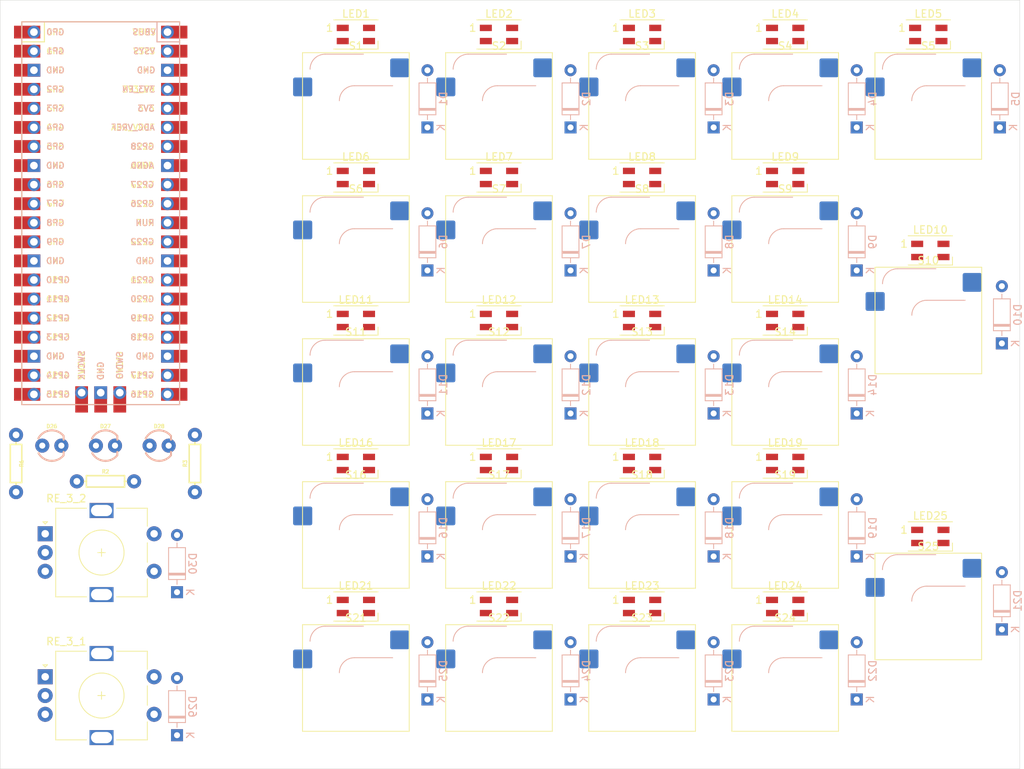
<source format=kicad_pcb>
(kicad_pcb (version 20240108) (generator "pcbnew") (generator_version "8.0")
  (layers (0 "F.Cu" signal) (31 "B.Cu" signal) (34 "B.Paste" user) (35 "F.Paste" user) (36 "B.SilkS" user "B.Silkscreen") (37 "F.SilkS" user "F.Silkscreen") (38 "B.Mask" user) (39 "F.Mask" user) (44 "Edge.Cuts" user))
  (net 0 "")
  (net 1 "Row 2")
  (net 2 "Net-(D1-A)")
  (net 3 "Net-(D2-A)")
  (net 4 "Net-(D3-A)")
  (net 5 "Row 1")
  (net 6 "Net-(D4-A)")
  (net 7 "Net-(D5-A)")
  (net 8 "Net-(D6-A)")
  (net 9 "Row 0")
  (net 10 "Net-(D7-A)")
  (net 11 "Net-(D8-A)")
  (net 12 "Net-(D9-A)")
  (net 13 "Column 0")
  (net 14 "Column 1")
  (net 15 "Column 2")
  (net 16 "Net-(D10-A)")
  (net 17 "Net-(D11-A)")
  (net 18 "Net-(D12-A)")
  (net 19 "Net-(D13-A)")
  (net 20 "Net-(D14-A)")
  (net 21 "Net-(D16-A)")
  (net 22 "Row 3")
  (net 23 "Net-(D17-A)")
  (net 24 "Net-(D18-A)")
  (net 25 "Net-(D19-A)")
  (net 26 "Row 4")
  (net 27 "Net-(D21-A)")
  (net 28 "Net-(D22-A)")
  (net 29 "Net-(D23-A)")
  (net 30 "Net-(D24-A)")
  (net 31 "Net-(D25-A)")
  (net 32 "Column 3")
  (net 33 "Column 4")
  (net 34 "GND")
  (net 35 "Net-(R1-1)")
  (net 36 "Net-(R2-1)")
  (net 37 "Net-(R3-1)")
  (net 38 "Net-(D29-A)")
  (net 39 "Net-(D30-A)")
  (net 40 "Net-(LED1-DOUT)")
  (net 41 "/KEY_LEDS")
  (net 42 "VCC")
  (net 43 "Net-(LED2-DIN)")
  (net 44 "Net-(LED2-DOUT)")
  (net 45 "Net-(LED3-DOUT)")
  (net 46 "Net-(LED4-DOUT)")
  (net 47 "Net-(LED4-DIN)")
  (net 48 "Net-(LED10-DIN)")
  (net 49 "Net-(LED11-DIN)")
  (net 50 "Net-(LED12-DOUT)")
  (net 51 "Net-(LED13-DIN)")
  (net 52 "Net-(LED14-DOUT)")
  (net 53 "Net-(LED10-DOUT)")
  (net 54 "Net-(LED11-DOUT)")
  (net 55 "Net-(LED12-DIN)")
  (net 56 "Net-(LED13-DOUT)")
  (net 57 "Net-(LED14-DIN)")
  (net 58 "Net-(LED16-DOUT)")
  (net 59 "Net-(LED17-DIN)")
  (net 60 "Net-(LED18-DOUT)")
  (net 61 "Net-(LED19-DIN)")
  (net 62 "Net-(LED21-DOUT)")
  (net 63 "Net-(LED23-DOUT)")
  (net 65 "/LED2")
  (net 66 "/LED1")
  (net 67 "/LED0")
  (net 68 "/ENCODER0_L0")
  (net 69 "/ENCODER0_L1")
  (net 70 "/ENCODER0_L2")
  (net 71 "/ENCODER0_L3")
  (net 72 "Column 5")
  (footprint "LED_SMD:LED_SK6812MINI_PLCC4_3.5x3.5mm_P1.75mm" (layer "F.Cu") (at 63.46 19.875)
    (property "Reference" "LED1" (at 0 -2.75 0) (layer "F.SilkS"))
    (property "Value" "SK6812MINI")
    (fp_text user "1" (at -3.5 -0.875 0) (layer "F.SilkS"))
    (pad "1" smd rect (at -1.75 -0.875) (size 1.6 0.85) (layers "F.Cu" "F.Paste" "F.Mask") (net 42 "VCC"))
    (pad "2" smd rect (at -1.75 0.875) (size 1.6 0.85) (layers "F.Cu" "F.Paste" "F.Mask") (net 40 "Net-(LED1-DOUT)"))
    (pad "3" smd rect (at 1.75 0.875) (size 1.6 0.85) (layers "F.Cu" "F.Paste" "F.Mask") (net 34 "GND"))
    (pad "4" smd rect (at 1.75 -0.875) (size 1.6 0.85) (layers "F.Cu" "F.Paste" "F.Mask") (net 41 "/KEY_LEDS"))
  )
  (footprint "ScottoKeebs_Hotswap:Hotswap_MX_1.00u" (layer "F.Cu") (at 63.46 48.45)
    (property "Reference" "S6" (at 0 -8 0) (layer "F.SilkS"))
    (property "Value" "Keyswitch")
    (pad "" np_thru_hole circle (at -5.08 0) (size 1.75 1.75) (drill 1.75) (layers "*.Cu" "*.Mask"))
    (pad "" np_thru_hole circle (at -3.81 -2.54) (size 3.05 3.05) (drill 3.05) (layers "*.Cu" "*.Mask"))
    (pad "" np_thru_hole circle (at 0 0) (size 4 4) (drill 4) (layers "*.Cu" "*.Mask"))
    (pad "" np_thru_hole circle (at 2.54 -5.08) (size 3.05 3.05) (drill 3.05) (layers "*.Cu" "*.Mask"))
    (pad "" np_thru_hole circle (at 5.08 0) (size 1.75 1.75) (drill 1.75) (layers "*.Cu" "*.Mask"))
    (pad "1" smd roundrect (at -7.085 -2.54) (size 2.55 2.5) (layers "B.Cu" "B.Paste" "B.Mask") (roundrect_rratio 0.1) (net 14 "Column 1"))
    (pad "2" smd roundrect (at 5.842 -5.08) (size 2.55 2.5) (layers "B.Cu" "B.Paste" "B.Mask") (roundrect_rratio 0.1) (net 8 "Net-(D6-A)"))
  )
  (footprint "LED_SMD:LED_SK6812MINI_PLCC4_3.5x3.5mm_P1.75mm" (layer "F.Cu") (at 101.56 19.875)
    (property "Reference" "LED3" (at 0 -2.75 0) (layer "F.SilkS"))
    (property "Value" "SK6812MINI")
    (fp_text user "1" (at -3.5 -0.875 0) (layer "F.SilkS"))
    (pad "1" smd rect (at -1.75 -0.875) (size 1.6 0.85) (layers "F.Cu" "F.Paste" "F.Mask") (net 42 "VCC"))
    (pad "2" smd rect (at -1.75 0.875) (size 1.6 0.85) (layers "F.Cu" "F.Paste" "F.Mask") (net 45 "Net-(LED3-DOUT)"))
    (pad "3" smd rect (at 1.75 0.875) (size 1.6 0.85) (layers "F.Cu" "F.Paste" "F.Mask") (net 34 "GND"))
    (pad "4" smd rect (at 1.75 -0.875) (size 1.6 0.85) (layers "F.Cu" "F.Paste" "F.Mask") (net 44 "Net-(LED2-DOUT)"))
  )
  (footprint "ScottoKeebs_Hotswap:Hotswap_MX_1.00u" (layer "F.Cu") (at 63.46 29.4)
    (property "Reference" "S1" (at 0 -8 0) (layer "F.SilkS"))
    (property "Value" "Keyswitch")
    (pad "" np_thru_hole circle (at -5.08 0) (size 1.75 1.75) (drill 1.75) (layers "*.Cu" "*.Mask"))
    (pad "" np_thru_hole circle (at -3.81 -2.54) (size 3.05 3.05) (drill 3.05) (layers "*.Cu" "*.Mask"))
    (pad "" np_thru_hole circle (at 0 0) (size 4 4) (drill 4) (layers "*.Cu" "*.Mask"))
    (pad "" np_thru_hole circle (at 2.54 -5.08) (size 3.05 3.05) (drill 3.05) (layers "*.Cu" "*.Mask"))
    (pad "" np_thru_hole circle (at 5.08 0) (size 1.75 1.75) (drill 1.75) (layers "*.Cu" "*.Mask"))
    (pad "1" smd roundrect (at -7.085 -2.54) (size 2.55 2.5) (layers "B.Cu" "B.Paste" "B.Mask") (roundrect_rratio 0.1) (net 14 "Column 1"))
    (pad "2" smd roundrect (at 5.842 -5.08) (size 2.55 2.5) (layers "B.Cu" "B.Paste" "B.Mask") (roundrect_rratio 0.1) (net 2 "Net-(D1-A)"))
  )
  (footprint "ScottoKeebs_Hotswap:Hotswap_MX_1.00u" (layer "F.Cu") (at 120.61 48.45)
    (property "Reference" "S9" (at 0 -8 0) (layer "F.SilkS"))
    (property "Value" "Keyswitch")
    (pad "" np_thru_hole circle (at -5.08 0) (size 1.75 1.75) (drill 1.75) (layers "*.Cu" "*.Mask"))
    (pad "" np_thru_hole circle (at -3.81 -2.54) (size 3.05 3.05) (drill 3.05) (layers "*.Cu" "*.Mask"))
    (pad "" np_thru_hole circle (at 0 0) (size 4 4) (drill 4) (layers "*.Cu" "*.Mask"))
    (pad "" np_thru_hole circle (at 2.54 -5.08) (size 3.05 3.05) (drill 3.05) (layers "*.Cu" "*.Mask"))
    (pad "" np_thru_hole circle (at 5.08 0) (size 1.75 1.75) (drill 1.75) (layers "*.Cu" "*.Mask"))
    (pad "1" smd roundrect (at -7.085 -2.54) (size 2.55 2.5) (layers "B.Cu" "B.Paste" "B.Mask") (roundrect_rratio 0.1) (net 33 "Column 4"))
    (pad "2" smd roundrect (at 5.842 -5.08) (size 2.55 2.5) (layers "B.Cu" "B.Paste" "B.Mask") (roundrect_rratio 0.1) (net 12 "Net-(D9-A)"))
  )
  (footprint "ScottoKeebs_Hotswap:Hotswap_MX_1.00u" (layer "F.Cu") (at 101.56 86.55)
    (property "Reference" "S18" (at 0 -8 0) (layer "F.SilkS"))
    (property "Value" "Keyswitch")
    (pad "" np_thru_hole circle (at -5.08 0) (size 1.75 1.75) (drill 1.75) (layers "*.Cu" "*.Mask"))
    (pad "" np_thru_hole circle (at -3.81 -2.54) (size 3.05 3.05) (drill 3.05) (layers "*.Cu" "*.Mask"))
    (pad "" np_thru_hole circle (at 0 0) (size 4 4) (drill 4) (layers "*.Cu" "*.Mask"))
    (pad "" np_thru_hole circle (at 2.54 -5.08) (size 3.05 3.05) (drill 3.05) (layers "*.Cu" "*.Mask"))
    (pad "" np_thru_hole circle (at 5.08 0) (size 1.75 1.75) (drill 1.75) (layers "*.Cu" "*.Mask"))
    (pad "1" smd roundrect (at -7.085 -2.54) (size 2.55 2.5) (layers "B.Cu" "B.Paste" "B.Mask") (roundrect_rratio 0.1) (net 32 "Column 3"))
    (pad "2" smd roundrect (at 5.842 -5.08) (size 2.55 2.5) (layers "B.Cu" "B.Paste" "B.Mask") (roundrect_rratio 0.1) (net 24 "Net-(D18-A)"))
  )
  (footprint "LED_SMD:LED_SK6812MINI_PLCC4_3.5x3.5mm_P1.75mm" (layer "F.Cu") (at 101.56 77.025)
    (property "Reference" "LED18" (at 0 -2.75 0) (layer "F.SilkS"))
    (property "Value" "SK6812MINI")
    (fp_text user "1" (at -3.5 -0.875 0) (layer "F.SilkS"))
    (pad "1" smd rect (at -1.75 -0.875) (size 1.6 0.85) (layers "F.Cu" "F.Paste" "F.Mask") (net 42 "VCC"))
    (pad "2" smd rect (at -1.75 0.875) (size 1.6 0.85) (layers "F.Cu" "F.Paste" "F.Mask") (net 60 "Net-(LED18-DOUT)"))
    (pad "3" smd rect (at 1.75 0.875) (size 1.6 0.85) (layers "F.Cu" "F.Paste" "F.Mask") (net 34 "GND"))
    (pad "4" smd rect (at 1.75 -0.875) (size 1.6 0.85) (layers "F.Cu" "F.Paste" "F.Mask") (net 56 "Net-(LED13-DOUT)"))
  )
  (footprint "dumbpad:AXIAL-0.3" (layer "F.Cu") (at 42.0288 77.025 90)
    (property "Reference" "R3" (at 0 -1.016 -90) (layer "F.SilkS") (effects (font (size 0.48768 0.48768) (thickness 0.12192)) (justify bottom)))
    (property "Value" "330")
    (pad "P$1" thru_hole circle (at -3.81 0 90) (size 1.8796 1.8796) (drill 0.9) (layers "*.Cu" "*.Mask") (net 37 "Net-(R3-1)"))
    (pad "P$2" thru_hole circle (at 3.81 0 90) (size 1.8796 1.8796) (drill 0.9) (layers "*.Cu" "*.Mask") (net 67 "/LED0"))
  )
  (footprint "ScottoKeebs_Hotswap:Hotswap_MX_1.00u" (layer "F.Cu") (at 120.61 105.6)
    (property "Reference" "S24" (at 0 -8 0) (layer "F.SilkS"))
    (property "Value" "Keyswitch")
    (pad "" np_thru_hole circle (at -5.08 0) (size 1.75 1.75) (drill 1.75) (layers "*.Cu" "*.Mask"))
    (pad "" np_thru_hole circle (at -3.81 -2.54) (size 3.05 3.05) (drill 3.05) (layers "*.Cu" "*.Mask"))
    (pad "" np_thru_hole circle (at 0 0) (size 4 4) (drill 4) (layers "*.Cu" "*.Mask"))
    (pad "" np_thru_hole circle (at 2.54 -5.08) (size 3.05 3.05) (drill 3.05) (layers "*.Cu" "*.Mask"))
    (pad "" np_thru_hole circle (at 5.08 0) (size 1.75 1.75) (drill 1.75) (layers "*.Cu" "*.Mask"))
    (pad "1" smd roundrect (at -7.085 -2.54) (size 2.55 2.5) (layers "B.Cu" "B.Paste" "B.Mask") (roundrect_rratio 0.1) (net 33 "Column 4"))
    (pad "2" smd roundrect (at 5.842 -5.08) (size 2.55 2.5) (layers "B.Cu" "B.Paste" "B.Mask") (roundrect_rratio 0.1) (net 30 "Net-(D24-A)"))
  )
  (footprint "ScottoKeebs_Hotswap:Hotswap_MX_2.00u_90deg" (layer "F.Cu") (at 139.671346 57.97877)
    (property "Reference" "S10" (at 0 -8 0) (layer "F.SilkS"))
    (property "Value" "Keyswitch")
    (pad "" np_thru_hole circle (at -5.08 0) (size 1.75 1.75) (drill 1.75) (layers "*.Cu" "*.Mask"))
    (pad "" np_thru_hole circle (at -3.81 -2.54) (size 3.05 3.05) (drill 3.05) (layers "*.Cu" "*.Mask"))
    (pad "" np_thru_hole circle (at 0 0) (size 4 4) (drill 4) (layers "*.Cu" "*.Mask"))
    (pad "" np_thru_hole circle (at 2.54 -5.08) (size 3.05 3.05) (drill 3.05) (layers "*.Cu" "*.Mask"))
    (pad "" np_thru_hole circle (at 5.08 0) (size 1.75 1.75) (drill 1.75) (layers "*.Cu" "*.Mask"))
    (pad "1" smd roundrect (at -7.085 -2.54) (size 2.55 2.5) (layers "B.Cu" "B.Paste" "B.Mask") (roundrect_rratio 0.1) (net 72 "Column 5"))
    (pad "2" smd roundrect (at 5.842 -5.08) (size 2.55 2.5) (layers "B.Cu" "B.Paste" "B.Mask") (roundrect_rratio 0.1) (net 16 "Net-(D10-A)"))
  )
  (footprint "LED_SMD:LED_SK6812MINI_PLCC4_3.5x3.5mm_P1.75mm" (layer "F.Cu") (at 82.51 57.975)
    (property "Reference" "LED12" (at 0 -2.75 0) (layer "F.SilkS"))
    (property "Value" "SK6812MINI")
    (fp_text user "1" (at -3.5 -0.875 0) (layer "F.SilkS"))
    (pad "1" smd rect (at -1.75 -0.875) (size 1.6 0.85) (layers "F.Cu" "F.Paste" "F.Mask") (net 42 "VCC"))
    (pad "2" smd rect (at -1.75 0.875) (size 1.6 0.85) (layers "F.Cu" "F.Paste" "F.Mask") (net 50 "Net-(LED12-DOUT)"))
    (pad "3" smd rect (at 1.75 0.875) (size 1.6 0.85) (layers "F.Cu" "F.Paste" "F.Mask") (net 34 "GND"))
    (pad "4" smd rect (at 1.75 -0.875) (size 1.6 0.85) (layers "F.Cu" "F.Paste" "F.Mask") (net 55 "Net-(LED12-DIN)"))
  )
  (footprint "ScottoKeebs_Hotswap:Hotswap_MX_2.00u_90deg" (layer "F.Cu") (at 139.661346 96.068802)
    (property "Reference" "S25" (at 0 -8 0) (layer "F.SilkS"))
    (property "Value" "Keyswitch")
    (pad "" np_thru_hole circle (at -5.08 0) (size 1.75 1.75) (drill 1.75) (layers "*.Cu" "*.Mask"))
    (pad "" np_thru_hole circle (at -3.81 -2.54) (size 3.05 3.05) (drill 3.05) (layers "*.Cu" "*.Mask"))
    (pad "" np_thru_hole circle (at 0 0) (size 4 4) (drill 4) (layers "*.Cu" "*.Mask"))
    (pad "" np_thru_hole circle (at 2.54 -5.08) (size 3.05 3.05) (drill 3.05) (layers "*.Cu" "*.Mask"))
    (pad "" np_thru_hole circle (at 5.08 0) (size 1.75 1.75) (drill 1.75) (layers "*.Cu" "*.Mask"))
    (pad "1" smd roundrect (at -7.085 -2.54) (size 2.55 2.5) (layers "B.Cu" "B.Paste" "B.Mask") (roundrect_rratio 0.1) (net 72 "Column 5"))
    (pad "2" smd roundrect (at 5.842 -5.08) (size 2.55 2.5) (layers "B.Cu" "B.Paste" "B.Mask") (roundrect_rratio 0.1) (net 31 "Net-(D25-A)"))
  )
  (footprint "LED_SMD:LED_SK6812MINI_PLCC4_3.5x3.5mm_P1.75mm" (layer "F.Cu") (at 82.51 38.925)
    (property "Reference" "LED7" (at 0 -2.75 0) (layer "F.SilkS"))
    (property "Value" "SK6812MINI")
    (fp_text user "1" (at -3.5 -0.875 0) (layer "F.SilkS"))
    (pad "1" smd rect (at -1.75 -0.875) (size 1.6 0.85) (layers "F.Cu" "F.Paste" "F.Mask") (net 42 "VCC"))
    (pad "2" smd rect (at -1.75 0.875) (size 1.6 0.85) (layers "F.Cu" "F.Paste" "F.Mask") (net 43 "Net-(LED2-DIN)"))
    (pad "3" smd rect (at 1.75 0.875) (size 1.6 0.85) (layers "F.Cu" "F.Paste" "F.Mask") (net 34 "GND"))
    (pad "4" smd rect (at 1.75 -0.875) (size 1.6 0.85) (layers "F.Cu" "F.Paste" "F.Mask") (net 50 "Net-(LED12-DOUT)"))
  )
  (footprint "LED_SMD:LED_SK6812MINI_PLCC4_3.5x3.5mm_P1.75mm" (layer "F.Cu") (at 101.56 57.975)
    (property "Reference" "LED13" (at 0 -2.75 0) (layer "F.SilkS"))
    (property "Value" "SK6812MINI")
    (fp_text user "1" (at -3.5 -0.875 0) (layer "F.SilkS"))
    (pad "1" smd rect (at -1.75 -0.875) (size 1.6 0.85) (layers "F.Cu" "F.Paste" "F.Mask") (net 42 "VCC"))
    (pad "2" smd rect (at -1.75 0.875) (size 1.6 0.85) (layers "F.Cu" "F.Paste" "F.Mask") (net 56 "Net-(LED13-DOUT)"))
    (pad "3" smd rect (at 1.75 0.875) (size 1.6 0.85) (layers "F.Cu" "F.Paste" "F.Mask") (net 34 "GND"))
    (pad "4" smd rect (at 1.75 -0.875) (size 1.6 0.85) (layers "F.Cu" "F.Paste" "F.Mask") (net 51 "Net-(LED13-DIN)"))
  )
  (footprint "LED_SMD:LED_SK6812MINI_PLCC4_3.5x3.5mm_P1.75mm" (layer "F.Cu") (at 139.93125 48.64375)
    (property "Reference" "LED10" (at 0 -2.75 0) (layer "F.SilkS"))
    (property "Value" "SK6812MINI")
    (fp_text user "1" (at -3.5 -0.875 0) (layer "F.SilkS"))
    (pad "1" smd rect (at -1.75 -0.875) (size 1.6 0.85) (layers "F.Cu" "F.Paste" "F.Mask") (net 42 "VCC"))
    (pad "2" smd rect (at -1.75 0.875) (size 1.6 0.85) (layers "F.Cu" "F.Paste" "F.Mask") (net 53 "Net-(LED10-DOUT)"))
    (pad "3" smd rect (at 1.75 0.875) (size 1.6 0.85) (layers "F.Cu" "F.Paste" "F.Mask") (net 34 "GND"))
    (pad "4" smd rect (at 1.75 -0.875) (size 1.6 0.85) (layers "F.Cu" "F.Paste" "F.Mask") (net 48 "Net-(LED10-DIN)"))
  )
  (footprint "LED_SMD:LED_SK6812MINI_PLCC4_3.5x3.5mm_P1.75mm" (layer "F.Cu") (at 82.51 96.075)
    (property "Reference" "LED22" (at 0 -2.75 0) (layer "F.SilkS"))
    (property "Value" "SK6812MINI")
    (fp_text user "1" (at -3.5 -0.875 0) (layer "F.SilkS"))
    (pad "1" smd rect (at -1.75 -0.875) (size 1.6 0.85) (layers "F.Cu" "F.Paste" "F.Mask") (net 42 "VCC"))
    (pad "2" smd rect (at -1.75 0.875) (size 1.6 0.85) (layers "F.Cu" "F.Paste" "F.Mask") (net 59 "Net-(LED17-DIN)"))
    (pad "3" smd rect (at 1.75 0.875) (size 1.6 0.85) (layers "F.Cu" "F.Paste" "F.Mask") (net 34 "GND"))
    (pad "4" smd rect (at 1.75 -0.875) (size 1.6 0.85) (layers "F.Cu" "F.Paste" "F.Mask") (net 62 "Net-(LED21-DOUT)"))
  )
  (footprint "LED_SMD:LED_SK6812MINI_PLCC4_3.5x3.5mm_P1.75mm" (layer "F.Cu") (at 63.46 38.925)
    (property "Reference" "LED6" (at 0 -2.75 0) (layer "F.SilkS"))
    (property "Value" "SK6812MINI")
    (fp_text user "1" (at -3.5 -0.875 0) (layer "F.SilkS"))
    (pad "1" smd rect (at -1.75 -0.875) (size 1.6 0.85) (layers "F.Cu" "F.Paste" "F.Mask") (net 42 "VCC"))
    (pad "2" smd rect (at -1.75 0.875) (size 1.6 0.85) (layers "F.Cu" "F.Paste" "F.Mask") (net 49 "Net-(LED11-DIN)"))
    (pad "3" smd rect (at 1.75 0.875) (size 1.6 0.85) (layers "F.Cu" "F.Paste" "F.Mask") (net 34 "GND"))
    (pad "4" smd rect (at 1.75 -0.875) (size 1.6 0.85) (layers "F.Cu" "F.Paste" "F.Mask") (net 40 "Net-(LED1-DOUT)"))
  )
  (footprint "LED_SMD:LED_SK6812MINI_PLCC4_3.5x3.5mm_P1.75mm" (layer "F.Cu") (at 63.46 57.975)
    (property "Reference" "LED11" (at 0 -2.75 0) (layer "F.SilkS"))
    (property "Value" "SK6812MINI")
    (fp_text user "1" (at -3.5 -0.875 0) (layer "F.SilkS"))
    (pad "1" smd rect (at -1.75 -0.875) (size 1.6 0.85) (layers "F.Cu" "F.Paste" "F.Mask") (net 42 "VCC"))
    (pad "2" smd rect (at -1.75 0.875) (size 1.6 0.85) (layers "F.Cu" "F.Paste" "F.Mask") (net 54 "Net-(LED11-DOUT)"))
    (pad "3" smd rect (at 1.75 0.875) (size 1.6 0.85) (layers "F.Cu" "F.Paste" "F.Mask") (net 34 "GND"))
    (pad "4" smd rect (at 1.75 -0.875) (size 1.6 0.85) (layers "F.Cu" "F.Paste" "F.Mask") (net 49 "Net-(LED11-DIN)"))
  )
  (footprint "ScottoKeebs_Hotswap:Hotswap_MX_1.00u" (layer "F.Cu") (at 82.51 48.45)
    (property "Reference" "S7" (at 0 -8 0) (layer "F.SilkS"))
    (property "Value" "Keyswitch")
    (pad "" np_thru_hole circle (at -5.08 0) (size 1.75 1.75) (drill 1.75) (layers "*.Cu" "*.Mask"))
    (pad "" np_thru_hole circle (at -3.81 -2.54) (size 3.05 3.05) (drill 3.05) (layers "*.Cu" "*.Mask"))
    (pad "" np_thru_hole circle (at 0 0) (size 4 4) (drill 4) (layers "*.Cu" "*.Mask"))
    (pad "" np_thru_hole circle (at 2.54 -5.08) (size 3.05 3.05) (drill 3.05) (layers "*.Cu" "*.Mask"))
    (pad "" np_thru_hole circle (at 5.08 0) (size 1.75 1.75) (drill 1.75) (layers "*.Cu" "*.Mask"))
    (pad "1" smd roundrect (at -7.085 -2.54) (size 2.55 2.5) (layers "B.Cu" "B.Paste" "B.Mask") (roundrect_rratio 0.1) (net 15 "Column 2"))
    (pad "2" smd roundrect (at 5.842 -5.08) (size 2.55 2.5) (layers "B.Cu" "B.Paste" "B.Mask") (roundrect_rratio 0.1) (net 10 "Net-(D7-A)"))
  )
  (footprint "LED_SMD:LED_SK6812MINI_PLCC4_3.5x3.5mm_P1.75mm" (layer "F.Cu") (at 120.61 96.075)
    (property "Reference" "LED24" (at 0 -2.75 0) (layer "F.SilkS"))
    (property "Value" "SK6812MINI")
    (fp_text user "1" (at -3.5 -0.875 0) (layer "F.SilkS"))
    (pad "1" smd rect (at -1.75 -0.875) (size 1.6 0.85) (layers "F.Cu" "F.Paste" "F.Mask") (net 42 "VCC"))
    (pad "2" smd rect (at -1.75 0.875) (size 1.6 0.85) (layers "F.Cu" "F.Paste" "F.Mask") (net 61 "Net-(LED19-DIN)"))
    (pad "3" smd rect (at 1.75 0.875) (size 1.6 0.85) (layers "F.Cu" "F.Paste" "F.Mask") (net 34 "GND"))
    (pad "4" smd rect (at 1.75 -0.875) (size 1.6 0.85) (layers "F.Cu" "F.Paste" "F.Mask") (net 63 "Net-(LED23-DOUT)"))
  )
  (footprint "ScottoKeebs_Hotswap:Hotswap_MX_1.00u" (layer "F.Cu") (at 120.61 86.55)
    (property "Reference" "S19" (at 0 -8 0) (layer "F.SilkS"))
    (property "Value" "Keyswitch")
    (pad "" np_thru_hole circle (at -5.08 0) (size 1.75 1.75) (drill 1.75) (layers "*.Cu" "*.Mask"))
    (pad "" np_thru_hole circle (at -3.81 -2.54) (size 3.05 3.05) (drill 3.05) (layers "*.Cu" "*.Mask"))
    (pad "" np_thru_hole circle (at 0 0) (size 4 4) (drill 4) (layers "*.Cu" "*.Mask"))
    (pad "" np_thru_hole circle (at 2.54 -5.08) (size 3.05 3.05) (drill 3.05) (layers "*.Cu" "*.Mask"))
    (pad "" np_thru_hole circle (at 5.08 0) (size 1.75 1.75) (drill 1.75) (layers "*.Cu" "*.Mask"))
    (pad "1" smd roundrect (at -7.085 -2.54) (size 2.55 2.5) (layers "B.Cu" "B.Paste" "B.Mask") (roundrect_rratio 0.1) (net 33 "Column 4"))
    (pad "2" smd roundrect (at 5.842 -5.08) (size 2.55 2.5) (layers "B.Cu" "B.Paste" "B.Mask") (roundrect_rratio 0.1) (net 25 "Net-(D19-A)"))
  )
  (footprint "ScottoKeebs_Hotswap:Hotswap_MX_1.00u" (layer "F.Cu") (at 139.66 29.4)
    (property "Reference" "S5" (at 0 -8 0) (layer "F.SilkS"))
    (property "Value" "Keyswitch")
    (pad "" np_thru_hole circle (at -5.08 0) (size 1.75 1.75) (drill 1.75) (layers "*.Cu" "*.Mask"))
    (pad "" np_thru_hole circle (at -3.81 -2.54) (size 3.05 3.05) (drill 3.05) (layers "*.Cu" "*.Mask"))
    (pad "" np_thru_hole circle (at 0 0) (size 4 4) (drill 4) (layers "*.Cu" "*.Mask"))
    (pad "" np_thru_hole circle (at 2.54 -5.08) (size 3.05 3.05) (drill 3.05) (layers "*.Cu" "*.Mask"))
    (pad "" np_thru_hole circle (at 5.08 0) (size 1.75 1.75) (drill 1.75) (layers "*.Cu" "*.Mask"))
    (pad "1" smd roundrect (at -7.085 -2.54) (size 2.55 2.5) (layers "B.Cu" "B.Paste" "B.Mask") (roundrect_rratio 0.1) (net 72 "Column 5"))
    (pad "2" smd roundrect (at 5.842 -5.08) (size 2.55 2.5) (layers "B.Cu" "B.Paste" "B.Mask") (roundrect_rratio 0.1) (net 7 "Net-(D5-A)"))
  )
  (footprint "ScottoKeebs_Hotswap:Hotswap_MX_1.00u" (layer "F.Cu") (at 82.51 29.4)
    (property "Reference" "S2" (at 0 -8 0) (layer "F.SilkS"))
    (property "Value" "Keyswitch")
    (pad "" np_thru_hole circle (at -5.08 0) (size 1.75 1.75) (drill 1.75) (layers "*.Cu" "*.Mask"))
    (pad "" np_thru_hole circle (at -3.81 -2.54) (size 3.05 3.05) (drill 3.05) (layers "*.Cu" "*.Mask"))
    (pad "" np_thru_hole circle (at 0 0) (size 4 4) (drill 4) (layers "*.Cu" "*.Mask"))
    (pad "" np_thru_hole circle (at 2.54 -5.08) (size 3.05 3.05) (drill 3.05) (layers "*.Cu" "*.Mask"))
    (pad "" np_thru_hole circle (at 5.08 0) (size 1.75 1.75) (drill 1.75) (layers "*.Cu" "*.Mask"))
    (pad "1" smd roundrect (at -7.085 -2.54) (size 2.55 2.5) (layers "B.Cu" "B.Paste" "B.Mask") (roundrect_rratio 0.1) (net 15 "Column 2"))
    (pad "2" smd roundrect (at 5.842 -5.08) (size 2.55 2.5) (layers "B.Cu" "B.Paste" "B.Mask") (roundrect_rratio 0.1) (net 3 "Net-(D2-A)"))
  )
  (footprint "LED_SMD:LED_SK6812MINI_PLCC4_3.5x3.5mm_P1.75mm" (layer "F.Cu") (at 120.61 19.875)
    (property "Reference" "LED4" (at 0 -2.75 0) (layer "F.SilkS"))
    (property "Value" "SK6812MINI")
    (fp_text user "1" (at -3.5 -0.875 0) (layer "F.SilkS"))
    (pad "1" smd rect (at -1.75 -0.875) (size 1.6 0.85) (layers "F.Cu" "F.Paste" "F.Mask") (net 42 "VCC"))
    (pad "2" smd rect (at -1.75 0.875) (size 1.6 0.85) (layers "F.Cu" "F.Paste" "F.Mask") (net 46 "Net-(LED4-DOUT)"))
    (pad "3" smd rect (at 1.75 0.875) (size 1.6 0.85) (layers "F.Cu" "F.Paste" "F.Mask") (net 34 "GND"))
    (pad "4" smd rect (at 1.75 -0.875) (size 1.6 0.85) (layers "F.Cu" "F.Paste" "F.Mask") (net 47 "Net-(LED4-DIN)"))
  )
  (footprint "ScottoKeebs_Hotswap:Hotswap_MX_1.00u" (layer "F.Cu") (at 63.46 105.6)
    (property "Reference" "S21" (at 0 -8 0) (layer "F.SilkS"))
    (property "Value" "Keyswitch")
    (pad "" np_thru_hole circle (at -5.08 0) (size 1.75 1.75) (drill 1.75) (layers "*.Cu" "*.Mask"))
    (pad "" np_thru_hole circle (at -3.81 -2.54) (size 3.05 3.05) (drill 3.05) (layers "*.Cu" "*.Mask"))
    (pad "" np_thru_hole circle (at 0 0) (size 4 4) (drill 4) (layers "*.Cu" "*.Mask"))
    (pad "" np_thru_hole circle (at 2.54 -5.08) (size 3.05 3.05) (drill 3.05) (layers "*.Cu" "*.Mask"))
    (pad "" np_thru_hole circle (at 5.08 0) (size 1.75 1.75) (drill 1.75) (layers "*.Cu" "*.Mask"))
    (pad "1" smd roundrect (at -7.085 -2.54) (size 2.55 2.5) (layers "B.Cu" "B.Paste" "B.Mask") (roundrect_rratio 0.1) (net 14 "Column 1"))
    (pad "2" smd roundrect (at 5.842 -5.08) (size 2.55 2.5) (layers "B.Cu" "B.Paste" "B.Mask") (roundrect_rratio 0.1) (net 27 "Net-(D21-A)"))
  )
  (footprint "ScottoKeebs_Hotswap:Hotswap_MX_1.00u" (layer "F.Cu") (at 101.56 29.4)
    (property "Reference" "S3" (at 0 -8 0) (layer "F.SilkS"))
    (property "Value" "Keyswitch")
    (pad "" np_thru_hole circle (at -5.08 0) (size 1.75 1.75) (drill 1.75) (layers "*.Cu" "*.Mask"))
    (pad "" np_thru_hole circle (at -3.81 -2.54) (size 3.05 3.05) (drill 3.05) (layers "*.Cu" "*.Mask"))
    (pad "" np_thru_hole circle (at 0 0) (size 4 4) (drill 4) (layers "*.Cu" "*.Mask"))
    (pad "" np_thru_hole circle (at 2.54 -5.08) (size 3.05 3.05) (drill 3.05) (layers "*.Cu" "*.Mask"))
    (pad "" np_thru_hole circle (at 5.08 0) (size 1.75 1.75) (drill 1.75) (layers "*.Cu" "*.Mask"))
    (pad "1" smd roundrect (at -7.085 -2.54) (size 2.55 2.5) (layers "B.Cu" "B.Paste" "B.Mask") (roundrect_rratio 0.1) (net 32 "Column 3"))
    (pad "2" smd roundrect (at 5.842 -5.08) (size 2.55 2.5) (layers "B.Cu" "B.Paste" "B.Mask") (roundrect_rratio 0.1) (net 4 "Net-(D3-A)"))
  )
  (footprint "LED_SMD:LED_SK6812MINI_PLCC4_3.5x3.5mm_P1.75mm" (layer "F.Cu") (at 120.61 38.925)
    (property "Reference" "LED9" (at 0 -2.75 0) (layer "F.SilkS"))
    (property "Value" "SK6812MINI")
    (fp_text user "1" (at -3.5 -0.875 0) (layer "F.SilkS"))
    (pad "1" smd rect (at -1.75 -0.875) (size 1.6 0.85) (layers "F.Cu" "F.Paste" "F.Mask") (net 42 "VCC"))
    (pad "2" smd rect (at -1.75 0.875) (size 1.6 0.85) (layers "F.Cu" "F.Paste" "F.Mask") (net 47 "Net-(LED4-DIN)"))
    (pad "3" smd rect (at 1.75 0.875) (size 1.6 0.85) (layers "F.Cu" "F.Paste" "F.Mask") (net 34 "GND"))
    (pad "4" smd rect (at 1.75 -0.875) (size 1.6 0.85) (layers "F.Cu" "F.Paste" "F.Mask") (net 52 "Net-(LED14-DOUT)"))
  )
  (footprint "ScottoKeebs_Hotswap:Hotswap_MX_1.00u" (layer "F.Cu") (at 82.51 67.5)
    (property "Reference" "S12" (at 0 -8 0) (layer "F.SilkS"))
    (property "Value" "Keyswitch")
    (pad "" np_thru_hole circle (at -5.08 0) (size 1.75 1.75) (drill 1.75) (layers "*.Cu" "*.Mask"))
    (pad "" np_thru_hole circle (at -3.81 -2.54) (size 3.05 3.05) (drill 3.05) (layers "*.Cu" "*.Mask"))
    (pad "" np_thru_hole circle (at 0 0) (size 4 4) (drill 4) (layers "*.Cu" "*.Mask"))
    (pad "" np_thru_hole circle (at 2.54 -5.08) (size 3.05 3.05) (drill 3.05) (layers "*.Cu" "*.Mask"))
    (pad "" np_thru_hole circle (at 5.08 0) (size 1.75 1.75) (drill 1.75) (layers "*.Cu" "*.Mask"))
    (pad "1" smd roundrect (at -7.085 -2.54) (size 2.55 2.5) (layers "B.Cu" "B.Paste" "B.Mask") (roundrect_rratio 0.1) (net 15 "Column 2"))
    (pad "2" smd roundrect (at 5.842 -5.08) (size 2.55 2.5) (layers "B.Cu" "B.Paste" "B.Mask") (roundrect_rratio 0.1) (net 18 "Net-(D12-A)"))
  )
  (footprint "ScottoKeebs_Hotswap:Hotswap_MX_1.00u" (layer "F.Cu") (at 63.46 86.55)
    (property "Reference" "S16" (at 0 -8 0) (layer "F.SilkS"))
    (property "Value" "Keyswitch")
    (pad "" np_thru_hole circle (at -5.08 0) (size 1.75 1.75) (drill 1.75) (layers "*.Cu" "*.Mask"))
    (pad "" np_thru_hole circle (at -3.81 -2.54) (size 3.05 3.05) (drill 3.05) (layers "*.Cu" "*.Mask"))
    (pad "" np_thru_hole circle (at 0 0) (size 4 4) (drill 4) (layers "*.Cu" "*.Mask"))
    (pad "" np_thru_hole circle (at 2.54 -5.08) (size 3.05 3.05) (drill 3.05) (layers "*.Cu" "*.Mask"))
    (pad "" np_thru_hole circle (at 5.08 0) (size 1.75 1.75) (drill 1.75) (layers "*.Cu" "*.Mask"))
    (pad "1" smd roundrect (at -7.085 -2.54) (size 2.55 2.5) (layers "B.Cu" "B.Paste" "B.Mask") (roundrect_rratio 0.1) (net 14 "Column 1"))
    (pad "2" smd roundrect (at 5.842 -5.08) (size 2.55 2.5) (layers "B.Cu" "B.Paste" "B.Mask") (roundrect_rratio 0.1) (net 21 "Net-(D16-A)"))
  )
  (footprint "ScottoKeebs_Hotswap:Hotswap_MX_1.00u" (layer "F.Cu") (at 101.56 105.6)
    (property "Reference" "S23" (at 0 -8 0) (layer "F.SilkS"))
    (property "Value" "Keyswitch")
    (pad "" np_thru_hole circle (at -5.08 0) (size 1.75 1.75) (drill 1.75) (layers "*.Cu" "*.Mask"))
    (pad "" np_thru_hole circle (at -3.81 -2.54) (size 3.05 3.05) (drill 3.05) (layers "*.Cu" "*.Mask"))
    (pad "" np_thru_hole circle (at 0 0) (size 4 4) (drill 4) (layers "*.Cu" "*.Mask"))
    (pad "" np_thru_hole circle (at 2.54 -5.08) (size 3.05 3.05) (drill 3.05) (layers "*.Cu" "*.Mask"))
    (pad "" np_thru_hole circle (at 5.08 0) (size 1.75 1.75) (drill 1.75) (layers "*.Cu" "*.Mask"))
    (pad "1" smd roundrect (at -7.085 -2.54) (size 2.55 2.5) (layers "B.Cu" "B.Paste" "B.Mask") (roundrect_rratio 0.1) (net 32 "Column 3"))
    (pad "2" smd roundrect (at 5.842 -5.08) (size 2.55 2.5) (layers "B.Cu" "B.Paste" "B.Mask") (roundrect_rratio 0.1) (net 29 "Net-(D23-A)"))
  )
  (footprint "LED_SMD:LED_SK6812MINI_PLCC4_3.5x3.5mm_P1.75mm" (layer "F.Cu") (at 139.66 19.875)
    (property "Reference" "LED5" (at 0 -2.75 0) (layer "F.SilkS"))
    (property "Value" "SK6812MINI")
    (fp_text user "1" (at -3.5 -0.875 0) (layer "F.SilkS"))
    (pad "1" smd rect (at -1.75 -0.875) (size 1.6 0.85) (layers "F.Cu" "F.Paste" "F.Mask") (net 42 "VCC"))
    (pad "2" smd rect (at -1.75 0.875) (size 1.6 0.85) (layers "F.Cu" "F.Paste" "F.Mask") (net 48 "Net-(LED10-DIN)"))
    (pad "3" smd rect (at 1.75 0.875) (size 1.6 0.85) (layers "F.Cu" "F.Paste" "F.Mask") (net 34 "GND"))
    (pad "4" smd rect (at 1.75 -0.875) (size 1.6 0.85) (layers "F.Cu" "F.Paste" "F.Mask") (net 46 "Net-(LED4-DOUT)"))
  )
  (footprint "LED_SMD:LED_SK6812MINI_PLCC4_3.5x3.5mm_P1.75mm" (layer "F.Cu") (at 63.46 96.075)
    (property "Reference" "LED21" (at 0 -2.75 0) (layer "F.SilkS"))
    (property "Value" "SK6812MINI")
    (fp_text user "1" (at -3.5 -0.875 0) (layer "F.SilkS"))
    (pad "1" smd rect (at -1.75 -0.875) (size 1.6 0.85) (layers "F.Cu" "F.Paste" "F.Mask") (net 42 "VCC"))
    (pad "2" smd rect (at -1.75 0.875) (size 1.6 0.85) (layers "F.Cu" "F.Paste" "F.Mask") (net 62 "Net-(LED21-DOUT)"))
    (pad "3" smd rect (at 1.75 0.875) (size 1.6 0.85) (layers "F.Cu" "F.Paste" "F.Mask") (net 34 "GND"))
    (pad "4" smd rect (at 1.75 -0.875) (size 1.6 0.85) (layers "F.Cu" "F.Paste" "F.Mask") (net 58 "Net-(LED16-DOUT)"))
  )
  (footprint "LED_SMD:LED_SK6812MINI_PLCC4_3.5x3.5mm_P1.75mm" (layer "F.Cu") (at 101.56 96.075)
    (property "Reference" "LED23" (at 0 -2.75 0) (layer "F.SilkS"))
    (property "Value" "SK6812MINI")
    (fp_text user "1" (at -3.5 -0.875 0) (layer "F.SilkS"))
    (pad "1" smd rect (at -1.75 -0.875) (size 1.6 0.85) (layers "F.Cu" "F.Paste" "F.Mask") (net 42 "VCC"))
    (pad "2" smd rect (at -1.75 0.875) (size 1.6 0.85) (layers "F.Cu" "F.Paste" "F.Mask") (net 63 "Net-(LED23-DOUT)"))
    (pad "3" smd rect (at 1.75 0.875) (size 1.6 0.85) (layers "F.Cu" "F.Paste" "F.Mask") (net 34 "GND"))
    (pad "4" smd rect (at 1.75 -0.875) (size 1.6 0.85) (layers "F.Cu" "F.Paste" "F.Mask") (net 60 "Net-(LED18-DOUT)"))
  )
  (footprint "dumbpad:AXIAL-0.3" (layer "F.Cu") (at 30.1225 79.4062)
    (property "Reference" "R2" (at 0 -1.016 0) (layer "F.SilkS") (effects (font (size 0.48768 0.48768) (thickness 0.12192)) (justify bottom)))
    (property "Value" "330")
    (pad "P$1" thru_hole circle (at -3.81 0) (size 1.8796 1.8796) (drill 0.9) (layers "*.Cu" "*.Mask") (net 36 "Net-(R2-1)"))
    (pad "P$2" thru_hole circle (at 3.81 0) (size 1.8796 1.8796) (drill 0.9) (layers "*.Cu" "*.Mask") (net 66 "/LED1"))
  )
  (footprint "LED_SMD:LED_SK6812MINI_PLCC4_3.5x3.5mm_P1.75mm" (layer "F.Cu") (at 63.46 77.025)
    (property "Reference" "LED16" (at 0 -2.75 0) (layer "F.SilkS"))
    (property "Value" "SK6812MINI")
    (fp_text user "1" (at -3.5 -0.875 0) (layer "F.SilkS"))
    (pad "1" smd rect (at -1.75 -0.875) (size 1.6 0.85) (layers "F.Cu" "F.Paste" "F.Mask") (net 42 "VCC"))
    (pad "2" smd rect (at -1.75 0.875) (size 1.6 0.85) (layers "F.Cu" "F.Paste" "F.Mask") (net 58 "Net-(LED16-DOUT)"))
    (pad "3" smd rect (at 1.75 0.875) (size 1.6 0.85) (layers "F.Cu" "F.Paste" "F.Mask") (net 34 "GND"))
    (pad "4" smd rect (at 1.75 -0.875) (size 1.6 0.85) (layers "F.Cu" "F.Paste" "F.Mask") (net 54 "Net-(LED11-DOUT)"))
  )
  (footprint "Rotary_Encoder:RotaryEncoder_Alps_EC11E-Switch_Vertical_H20mm" (layer "F.Cu") (at 22.0975 105.4375)
    (property "Reference" "RE_3_1" (at 2.8 -4.7 0) (layer "F.SilkS"))
    (property "Value" "CHERRY-MX-ENCODER1")
    (pad "A" thru_hole rect (at 0 0) (size 2 2) (drill 1) (layers "*.Cu" "*.Mask") (net 69 "/ENCODER0_L1"))
    (pad "B" thru_hole circle (at 0 5) (size 2 2) (drill 1) (layers "*.Cu" "*.Mask") (net 68 "/ENCODER0_L0"))
    (pad "C" thru_hole circle (at 0 2.5) (size 2 2) (drill 1) (layers "*.Cu" "*.Mask") (net 34 "GND"))
    (pad "MP" thru_hole rect (at 7.5 -3.1) (size 3.2 2) (drill oval 2.8 1.5) (layers "*.Cu" "*.Mask"))
    (pad "MP" thru_hole rect (at 7.5 8.1) (size 3.2 2) (drill oval 2.8 1.5) (layers "*.Cu" "*.Mask"))
    (pad "S1" thru_hole circle (at 14.5 5) (size 2 2) (drill 1) (layers "*.Cu" "*.Mask") (net 13 "Column 0"))
    (pad "S2" thru_hole circle (at 14.5 0) (size 2 2) (drill 1) (layers "*.Cu" "*.Mask") (net 38 "Net-(D29-A)"))
  )
  (footprint "ScottoKeebs_MCU:Raspberry_Pi_Pico" (layer "F.Cu") (at 29.4875 43.6875)
    (property "Reference" "U2" (hide yes))
    (property "Value" "Raspberry_Pi_Pico" (hide yes))
    (fp_text user "GP18" (at 5.54 16.51 0) (layer "B.SilkS") (effects (font (size 0.8 0.8)) (justify mirror)))
    (fp_text user "GP16" (at 5.54 24.13 0) (layer "B.SilkS") (effects (font (size 0.8 0.8)) (justify mirror)))
    (fp_text user "GND" (at 5.89 6.35 0) (layer "B.SilkS") (effects (font (size 0.8 0.8)) (justify mirror)))
    (fp_text user "GND" (at -6.04 -6.35 0) (layer "B.SilkS") (effects (font (size 0.8 0.8)) (justify mirror)))
    (fp_text user "GP28" (at 5.54 -8.89 0) (layer "B.SilkS") (effects (font (size 0.8 0.8)) (justify mirror)))
    (fp_text user "VSYS" (at 5.79 -21.59 0) (layer "B.SilkS") (effects (font (size 0.8 0.8)) (justify mirror)))
    (fp_text user "ADC_VREF" (at 4.29 -11.43 0) (layer "B.SilkS") (effects (font (size 0.8 0.8)) (justify mirror)))
    (fp_text user "GP2" (at -6.04 -16.51 0) (layer "B.SilkS") (effects (font (size 0.8 0.8)) (justify mirror)))
    (fp_text user "GP6" (at -6.04 -3.81 0) (layer "B.SilkS") (effects (font (size 0.8 0.8)) (justify mirror)))
    (fp_text user "GND" (at 0 21 -90) (layer "B.SilkS") (effects (font (size 0.8 0.8)) (justify mirror)))
    (fp_text user "RUN" (at 5.89 1.27 0) (layer "B.SilkS") (effects (font (size 0.8 0.8)) (justify mirror)))
    (fp_text user "GP8" (at -6.04 1.27 0) (layer "B.SilkS") (effects (font (size 0.8 0.8)) (justify mirror)))
    (fp_text user "GP3" (at -6.04 -13.97 0) (layer "B.SilkS") (effects (font (size 0.8 0.8)) (justify mirror)))
    (fp_text user "GP1" (at -6.04 -21.6 0) (layer "B.SilkS") (effects (font (size 0.8 0.8)) (justify mirror)))
    (fp_text user "GP11" (at -5.69 11.43 0) (layer "B.SilkS") (effects (font (size 0.8 0.8)) (justify mirror)))
    (fp_text user "GND" (at 5.89 19.05 0) (layer "B.SilkS") (effects (font (size 0.8 0.8)) (justify mirror)))
    (fp_text user "GP7" (at -6.04 -1.3 0) (layer "B.SilkS") (effects (font (size 0.8 0.8)) (justify mirror)))
    (fp_text user "GP14" (at -5.69 21.59 0) (layer "B.SilkS") (effects (font (size 0.8 0.8)) (justify mirror)))
    (fp_text user "GP21" (at 5.54 8.9 0) (layer "B.SilkS") (effects (font (size 0.8 0.8)) (justify mirror)))
    (fp_text user "GND" (at -6.04 19.05 0) (layer "B.SilkS") (effects (font (size 0.8 0.8)) (justify mirror)))
    (fp_text user "3V3_EN" (at 5.04 -16.51 0) (layer "B.SilkS") (effects (font (size 0.8 0.8)) (justify mirror)))
    (fp_text user "AGND" (at 5.54 -6.35 0) (layer "B.SilkS") (effects (font (size 0.8 0.8)) (justify mirror)))
    (fp_text user "GP27" (at 5.54 -3.8 0) (layer "B.SilkS") (effects (font (size 0.8 0.8)) (justify mirror)))
    (fp_text user "GP22" (at 5.54 3.81 0) (layer "B.SilkS") (effects (font (size 0.8 0.8)) (justify mirror)))
    (fp_text user "GP0" (at -6.04 -24.13 0) (layer "B.SilkS") (effects (font (size 0.8 0.8)) (justify mirror)))
    (fp_text user "GP17" (at 5.54 21.59 0) (layer "B.SilkS") (effects (font (size 0.8 0.8)) (justify mirror)))
    (fp_text user "SWDIO" (at 2.54 20.25 -90) (layer "B.SilkS") (effects (font (size 0.8 0.8)) (justify mirror)))
    (fp_text user "GP13" (at -5.69 16.51 0) (layer "B.SilkS") (effects (font (size 0.8 0.8)) (justify mirror)))
    (fp_text user "GP4" (at -6.04 -11.43 0) (layer "B.SilkS") (effects (font (size 0.8 0.8)) (justify mirror)))
    (fp_text user "GP9" (at -6.04 3.81 0) (layer "B.SilkS") (effects (font (size 0.8 0.8)) (justify mirror)))
    (fp_text user "GP10" (at -5.69 8.89 0) (layer "B.SilkS") (effects (font (size 0.8 0.8)) (justify mirror)))
    (fp_text user "GND" (at 6.04 -19.05 0) (layer "B.SilkS") (effects (font (size 0.8 0.8)) (justify mirror)))
    (fp_text user "GP12" (at -5.69 13.97 0) (layer "B.SilkS") (effects (font (size 0.8 0.8)) (justify mirror)))
    (fp_text user "GP5" (at -6.04 -8.89 0) (layer "B.SilkS") (effects (font (size 0.8 0.8)) (justify mirror)))
    (fp_text user "SWCLK" (at -2.54 20.25 -90) (layer "B.SilkS") (effects (font (size 0.8 0.8)) (justify mirror)))
    (fp_text user "GND" (at -6.04 -19.05 0) (layer "B.SilkS") (effects (font (size 0.8 0.8)) (justify mirror)))
    (fp_text user "3V3" (at 6.04 -13.97 0) (layer "B.SilkS") (effects (font (size 0.8 0.8)) (justify mirror)))
    (fp_text user "GP20" (at 5.54 11.43 0) (layer "B.SilkS") (effects (font (size 0.8 0.8)) (justify mirror)))
    (fp_text user "GP15" (at -5.69 24.13 0) (layer "B.SilkS") (effects (font (size 0.8 0.8)) (justify mirror)))
    (fp_text user "GND" (at -6.04 6.35 0) (layer "B.SilkS") (effects (font (size 0.8 0.8)) (justify mirror)))
    (fp_text user "VBUS" (at 5.79 -24.13 0) (layer "B.SilkS") (effects (font (size 0.8 0.8)) (justify mirror)))
    (fp_text user "GP26" (at 5.54 -1.27 0) (layer "B.SilkS") (effects (font (size 0.8 0.8)) (justify mirror)))
    (fp_text user "GP19" (at 5.54 13.97 0) (layer "B.SilkS") (effects (font (size 0.8 0.8)) (justify mirror)))
    (fp_text user "GP27" (at 5.54 -3.8 0) (layer "F.SilkS") (effects (font (size 0.8 0.8))))
    (fp_text user "GP26" (at 5.54 -1.27 0) (layer "F.SilkS") (effects (font (size 0.8 0.8))))
    (fp_text user "GP5" (at -6.04 -8.89 0) (layer "F.SilkS") (effects (font (size 0.8 0.8))))
    (fp_text user "GND" (at -6.04 6.35 0) (layer "F.SilkS") (effects (font (size 0.8 0.8))))
    (fp_text user "GP8" (at -6.04 1.27 0) (layer "F.SilkS") (effects (font (size 0.8 0.8))))
    (fp_text user "GP19" (at 5.54 13.97 0) (layer "F.SilkS") (effects (font (size 0.8 0.8))))
    (fp_text user "GND" (at -6.04 -6.35 0) (layer "F.SilkS") (effects (font (size 0.8 0.8))))
    (fp_text user "GND" (at 5.89 6.35 0) (layer "F.SilkS") (effects (font (size 0.8 0.8))))
    (fp_text user "GP16" (at 5.54 24.13 0) (layer "F.SilkS") (effects (font (size 0.8 0.8))))
    (fp_text user "SWDIO" (at 2.54 20.25 90) (layer "F.SilkS") (effects (font (size 0.8 0.8))))
    (fp_text user "GP7" (at -6.04 -1.3 0) (layer "F.SilkS") (effects (font (size 0.8 0.8))))
    (fp_text user "GP6" (at -6.04 -3.81 0) (layer "F.SilkS") (effects (font (size 0.8 0.8))))
    (fp_text user "GP21" (at 5.54 8.9 0) (layer "F.SilkS") (effects (font (size 0.8 0.8))))
    (fp_text user "3V3" (at 6.04 -13.97 0) (layer "F.SilkS") (effects (font (size 0.8 0.8))))
    (fp_text user "3V3_EN" (at 5.04 -16.51 0) (layer "F.SilkS") (effects (font (size 0.8 0.8))))
    (fp_text user "GP13" (at -5.69 16.51 0) (layer "F.SilkS") (effects (font (size 0.8 0.8))))
    (fp_text user "GP4" (at -6.04 -11.43 0) (layer "F.SilkS") (effects (font (size 0.8 0.8))))
    (fp_text user "GP9" (at -6.04 3.81 0) (layer "F.SilkS") (effects (font (size 0.8 0.8))))
    (fp_text user "GND" (at 6.04 -19.05 0) (layer "F.SilkS") (effects (font (size 0.8 0.8))))
    (fp_text user "GP12" (at -5.69 13.97 0) (layer "F.SilkS") (effects (font (size 0.8 0.8))))
    (fp_text user "VSYS" (at 5.79 -21.59 0) (layer "F.SilkS") (effects (font (size 0.8 0.8))))
    (fp_text user "GP22" (at 5.54 3.81 0) (layer "F.SilkS") (effects (font (size 0.8 0.8))))
    (fp_text user "GP15" (at -5.69 24.13 0) (layer "F.SilkS") (effects (font (size 0.8 0.8))))
    (fp_text user "GP2" (at -6.04 -16.51 0) (layer "F.SilkS") (effects (font (size 0.8 0.8))))
    (fp_text user "GP18" (at 5.54 16.51 0) (layer "F.SilkS") (effects (font (size 0.8 0.8))))
    (fp_text user "GP14" (at -5.69 21.59 0) (layer "F.SilkS") (effects (font (size 0.8 0.8))))
    (fp_text user "ADC_VREF" (at 4.29 -11.43 0) (layer "F.SilkS") (effects (font (size 0.8 0.8))))
    (fp_text user "SWCLK" (at -2.54 20.25 90) (layer "F.SilkS") (effects (font (size 0.8 0.8))))
    (fp_text user "GND" (at -6.04 19.05 0) (layer "F.SilkS") (effects (font (size 0.8 0.8))))
    (fp_text user "GP10" (at -5.69 8.89 0) (layer "F.SilkS") (effects (font (size 0.8 0.8))))
    (fp_text user "GP20" (at 5.54 11.43 0) (layer "F.SilkS") (effects (font (size 0.8 0.8))))
    (fp_text user "GND" (at -6.04 -19.05 0) (layer "F.SilkS") (effects (font (size 0.8 0.8))))
    (fp_text user "RUN" (at 5.89 1.27 0) (layer "F.SilkS") (effects (font (size 0.8 0.8))))
    (fp_text user "GP11" (at -5.69 11.43 0) (layer "F.SilkS") (effects (font (size 0.8 0.8))))
    (fp_text user "AGND" (at 5.54 -6.35 0) (layer "F.SilkS") (effects (font (size 0.8 0.8))))
    (fp_text user "GP1" (at -6.04 -21.6 0) (layer "F.SilkS") (effects (font (size 0.8 0.8))))
    (fp_text user "GP28" (at 5.54 -8.89 0) (layer "F.SilkS") (effects (font (size 0.8 0.8))))
    (fp_text user "GP3" (at -6.04 -13.97 0) (layer "F.SilkS") (effects (font (size 0.8 0.8))))
    (fp_text user "VBUS" (at 5.79 -24.13 0) (layer "F.SilkS") (effects (font (size 0.8 0.8))))
    (fp_text user "GP0" (at -6.04 -24.13 0) (layer "F.SilkS") (effects (font (size 0.8 0.8))))
    (fp_text user "GND" (at 0 21 90) (layer "F.SilkS") (effects (font (size 0.8 0.8))))
    (fp_text user "GND" (at 5.89 19.05 0) (layer "F.SilkS") (effects (font (size 0.8 0.8))))
    (fp_text user "GP17" (at 5.54 21.59 0) (layer "F.SilkS") (effects (font (size 0.8 0.8))))
    (pad "1" thru_hole oval (at -8.89 -24.13) (size 1.7 1.7) (drill 1.02) (layers "*.Cu" "*.Mask"))
    (pad "1" smd rect (at -8.89 -24.13) (size 3.5 1.7) (drill (offset -0.9 0)) (layers "F.Cu" "F.Mask"))
    (pad "2" thru_hole oval (at -8.89 -21.59) (size 1.7 1.7) (drill 1.02) (layers "*.Cu" "*.Mask"))
    (pad "2" smd rect (at -8.89 -21.59) (size 3.5 1.7) (drill (offset -0.9 0)) (layers "F.Cu" "F.Mask"))
    (pad "3" thru_hole rect (at -8.89 -19.05) (size 1.7 1.7) (drill 1.02) (layers "*.Cu" "*.Mask") (net 34 "GND"))
    (pad "3" smd rect (at -8.89 -19.05) (size 3.5 1.7) (drill (offset -0.9 0)) (layers "F.Cu" "F.Mask") (net 34 "GND"))
    (pad "4" thru_hole oval (at -8.89 -16.51) (size 1.7 1.7) (drill 1.02) (layers "*.Cu" "*.Mask"))
    (pad "4" smd rect (at -8.89 -16.51) (size 3.5 1.7) (drill (offset -0.9 0)) (layers "F.Cu" "F.Mask"))
    (pad "5" thru_hole oval (at -8.89 -13.97) (size 1.7 1.7) (drill 1.02) (layers "*.Cu" "*.Mask"))
    (pad "5" smd rect (at -8.89 -13.97) (size 3.5 1.7) (drill (offset -0.9 0)) (layers "F.Cu" "F.Mask"))
    (pad "6" thru_hole oval (at -8.89 -11.43) (size 1.7 1.7) (drill 1.02) (layers "*.Cu" "*.Mask"))
    (pad "6" smd rect (at -8.89 -11.43) (size 3.5 1.7) (drill (offset -0.9 0)) (layers "F.Cu" "F.Mask"))
    (pad "7" thru_hole oval (at -8.89 -8.89) (size 1.7 1.7) (drill 1.02) (layers "*.Cu" "*.Mask") (net 41 "/KEY_LEDS"))
    (pad "7" smd rect (at -8.89 -8.89) (size 3.5 1.7) (drill (offset -0.9 0)) (layers "F.Cu" "F.Mask") (net 41 "/KEY_LEDS"))
    (pad "8" thru_hole rect (at -8.89 -6.35) (size 1.7 1.7) (drill 1.02) (layers "*.Cu" "*.Mask"))
    (pad "8" smd rect (at -8.89 -6.35) (size 3.5 1.7) (drill (offset -0.9 0)) (layers "F.Cu" "F.Mask"))
    (pad "9" thru_hole oval (at -8.89 -3.81) (size 1.7 1.7) (drill 1.02) (layers "*.Cu" "*.Mask") (net 69 "/ENCODER0_L1"))
    (pad "9" smd rect (at -8.89 -3.81) (size 3.5 1.7) (drill (offset -0.9 0)) (layers "F.Cu" "F.Mask") (net 69 "/ENCODER0_L1"))
    (pad "10" thru_hole oval (at -8.89 -1.27) (size 1.7 1.7) (drill 1.02) (layers "*.Cu" "*.Mask") (net 72 "Column 5"))
    (pad "10" smd rect (at -8.89 -1.27) (size 3.5 1.7) (drill (offset -0.9 0)) (layers "F.Cu" "F.Mask") (net 72 "Column 5"))
    (pad "11" thru_hole oval (at -8.89 1.27) (size 1.7 1.7) (drill 1.02) (layers "*.Cu" "*.Mask") (net 33 "Column 4"))
    (pad "11" smd rect (at -8.89 1.27) (size 3.5 1.7) (drill (offset -0.9 0)) (layers "F.Cu" "F.Mask") (net 33 "Column 4"))
    (pad "12" thru_hole oval (at -8.89 3.81) (size 1.7 1.7) (drill 1.02) (layers "*.Cu" "*.Mask") (net 32 "Column 3"))
    (pad "12" smd rect (at -8.89 3.81) (size 3.5 1.7) (drill (offset -0.9 0)) (layers "F.Cu" "F.Mask") (net 32 "Column 3"))
    (pad "13" thru_hole rect (at -8.89 6.35) (size 1.7 1.7) (drill 1.02) (layers "*.Cu" "*.Mask"))
    (pad "13" smd rect (at -8.89 6.35) (size 3.5 1.7) (drill (offset -0.9 0)) (layers "F.Cu" "F.Mask"))
    (pad "14" thru_hole oval (at -8.89 8.89) (size 1.7 1.7) (drill 1.02) (layers "*.Cu" "*.Mask") (net 15 "Column 2"))
    (pad "14" smd rect (at -8.89 8.89) (size 3.5 1.7) (drill (offset -0.9 0)) (layers "F.Cu" "F.Mask") (net 15 "Column 2"))
    (pad "15" thru_hole oval (at -8.89 11.43) (size 1.7 1.7) (drill 1.02) (layers "*.Cu" "*.Mask") (net 14 "Column 1"))
    (pad "15" smd rect (at -8.89 11.43) (size 3.5 1.7) (drill (offset -0.9 0)) (layers "F.Cu" "F.Mask") (net 14 "Column 1"))
    (pad "16" thru_hole oval (at -8.89 13.97) (size 1.7 1.7) (drill 1.02) (layers "*.Cu" "*.Mask") (net 13 "Column 0"))
    (pad "16" smd rect (at -8.89 13.97) (size 3.5 1.7) (drill (offset -0.9 0)) (layers "F.Cu" "F.Mask") (net 13 "Column 0"))
    (pad "17" thru_hole oval (at -8.89 16.51) (size 1.7 1.7) (drill 1.02) (layers "*.Cu" "*.Mask") (net 9 "Row 0"))
    (pad "17" smd rect (at -8.89 16.51) (size 3.5 1.7) (drill (offset -0.9 0)) (layers "F.Cu" "F.Mask") (net 9 "Row 0"))
    (pad "18" thru_hole rect (at -8.89 19.05) (size 1.7 1.7) (drill 1.02) (layers "*.Cu" "*.Mask"))
    (pad "18" smd rect (at -8.89 19.05) (size 3.5 1.7) (drill (offset -0.9 0)) (layers "F.Cu" "F.Mask"))
    (pad "19" thru_hole oval (at -8.89 21.59) (size 1.7 1.7) (drill 1.02) (layers "*.Cu" "*.Mask") (net 70 "/ENCODER0_L2"))
    (pad "19" smd rect (at -8.89 21.59) (size 3.5 1.7) (drill (offset -0.9 0)) (layers "F.Cu" "F.Mask") (net 70 "/ENCODER0_L2"))
    (pad "20" thru_hole oval (at -8.89 24.13) (size 1.7 1.7) (drill 1.02) (layers "*.Cu" "*.Mask") (net 71 "/ENCODER0_L3"))
    (pad "20" smd rect (at -8.89 24.13) (size 3.5 1.7) (drill (offset -0.9 0)) (layers "F.Cu" "F.Mask") (net 71 "/ENCODER0_L3"))
    (pad "21" thru_hole oval (at 8.89 24.13) (size 1.7 1.7) (drill 1.02) (layers "*.Cu" "*.Mask") (net 65 "/LED2"))
    (pad "21" smd rect (at 8.89 24.13) (size 3.5 1.7) (drill (offset 0.9 0)) (layers "F.Cu" "F.Mask") (net 65 "/LED2"))
    (pad "22" thru_hole oval (at 8.89 21.59) (size 1.7 1.7) (drill 1.02) (layers "*.Cu" "*.Mask") (net 68 "/ENCODER0_L0"))
    (pad "22" smd rect (at 8.89 21.59) (size 3.5 1.7) (drill (offset 0.9 0)) (layers "F.Cu" "F.Mask") (net 68 "/ENCODER0_L0"))
    (pad "23" thru_hole rect (at 8.89 19.05) (size 1.7 1.7) (drill 1.02) (layers "*.Cu" "*.Mask"))
    (pad "23" smd rect (at 8.89 19.05) (size 3.5 1.7) (drill (offset 0.9 0)) (layers "F.Cu" "F.Mask"))
    (pad "24" thru_hole oval (at 8.89 16.51) (size 1.7 1.7) (drill 1.02) (layers "*.Cu" "*.Mask") (net 66 "/LED1"))
    (pad "24" smd rect (at 8.89 16.51) (size 3.5 1.7) (drill (offset 0.9 0)) (layers "F.Cu" "F.Mask") (net 66 "/LED1"))
    (pad "25" thru_hole oval (at 8.89 13.97) (size 1.7 1.7) (drill 1.02) (layers "*.Cu" "*.Mask") (net 67 "/LED0"))
    (pad "25" smd rect (at 8.89 13.97) (size 3.5 1.7) (drill (offset 0.9 0)) (layers "F.Cu" "F.Mask") (net 67 "/LED0"))
    (pad "26" thru_hole oval (at 8.89 11.43) (size 1.7 1.7) (drill 1.02) (layers "*.Cu" "*.Mask") (net 5 "Row 1"))
    (pad "26" smd rect (at 8.89 11.43) (size 3.5 1.7) (drill (offset 0.9 0)) (layers "F.Cu" "F.Mask") (net 5 "Row 1"))
    (pad "27" thru_hole oval (at 8.89 8.89) (size 1.7 1.7) (drill 1.02) (layers "*.Cu" "*.Mask") (net 1 "Row 2"))
    (pad "27" smd rect (at 8.89 8.89) (size 3.5 1.7) (drill (offset 0.9 0)) (layers "F.Cu" "F.Mask") (net 1 "Row 2"))
    (pad "28" thru_hole rect (at 8.89 6.35) (size 1.7 1.7) (drill 1.02) (layers "*.Cu" "*.Mask"))
    (pad "28" smd rect (at 8.89 6.35) (size 3.5 1.7) (drill (offset 0.9 0)) (layers "F.Cu" "F.Mask"))
    (pad "29" thru_hole oval (at 8.89 3.81) (size 1.7 1.7) (drill 1.02) (layers "*.Cu" "*.Mask") (net 22 "Row 3"))
    (pad "29" smd rect (at 8.89 3.81) (size 3.5 1.7) (drill (offset 0.9 0)) (layers "F.Cu" "F.Mask") (net 22 "Row 3"))
    (pad "30" thru_hole oval (at 8.89 1.27) (size 1.7 1.7) (drill 1.02) (layers "*.Cu" "*.Mask"))
    (pad "30" smd rect (at 8.89 1.27) (size 3.5 1.7) (drill (offset 0.9 0)) (layers "F.Cu" "F.Mask"))
    (pad "31" thru_hole oval (at 8.89 -1.27) (size 1.7 1.7) (drill 1.02) (layers "*.Cu" "*.Mask") (net 26 "Row 4"))
    (pad "31" smd rect (at 8.89 -1.27) (size 3.5 1.7) (drill (offset 0.9 0)) (layers "F.Cu" "F.Mask") (net 26 "Row 4"))
    (pad "32" thru_hole oval (at 8.89 -3.81) (size 1.7 1.7) (drill 1.02) (layers "*.Cu" "*.Mask") (net 42 "VCC"))
    (pad "32" smd rect (at 8.89 -3.81) (size 3.5 1.7) (drill (offset 0.9 0)) (layers "F.Cu" "F.Mask") (net 42 "VCC"))
    (pad "33" thru_hole rect (at 8.89 -6.35) (size 1.7 1.7) (drill 1.02) (layers "*.Cu" "*.Mask"))
    (pad "33" smd rect (at 8.89 -6.35) (size 3.5 1.7) (drill (offset 0.9 0)) (layers "F.Cu" "F.Mask"))
    (pad "34" thru_hole oval (at 8.89 -8.89) (size 1.7 1.7) (drill 1.02) (layers "*.Cu" "*.Mask"))
    (pad "34" smd rect (at 8.89 -8.89) (size 3.5 1.7) (drill (offset 0.9 0)) (layers "F.Cu" "F.Mask"))
    (pad "35" thru_hole oval (at 8.89 -11.43) (size 1.7 1.7) (drill 1.02) (layers "*.Cu" "*.Mask"))
    (pad "35" smd rect (at 8.89 -11.43) (size 3.5 1.7) (drill (offset 0.9 0)) (layers "F.Cu" "F.Mask"))
    (pad "36" thru_hole oval (at 8.89 -13.97) (size 1.7 1.7) (drill 1.02) (layers "*.Cu" "*.Mask"))
    (pad "36" smd rect (at 8.89 -13.97) (size 3.5 1.7) (drill (offset 0.9 0)) (layers "F.Cu" "F.Mask"))
    (pad "37" thru_hole oval (at 8.89 -16.51) (size 1.7 1.7) (drill 1.02) (layers "*.Cu" "*.Mask"))
    (pad "37" smd rect (at 8.89 -16.51) (size 3.5 1.7) (drill (offset 0.9 0)) (layers "F.Cu" "F.Mask"))
    (pad "38" thru_hole rect (at 8.89 -19.05) (size 1.7 1.7) (drill 1.02) (layers "*.Cu" "*.Mask") (net 34 "GND"))
    (pad "38" smd rect (at 8.89 -19.05) (size 3.5 1.7) (drill (offset 0.9 0)) (layers "F.Cu" "F.Mask") (net 34 "GND"))
    (pad "39" thru_hole oval (at 8.89 -21.59) (size 1.7 1.7) (drill 1.02) (layers "*.Cu" "*.Mask"))
    (pad "39" smd rect (at 8.89 -21.59) (size 3.5 1.7) (drill (offset 0.9 0)) (layers "F.Cu" "F.Mask"))
    (pad "40" thru_hole oval (at 8.89 -24.13) (size 1.7 1.7) (drill 1.02) (layers "*.Cu" "*.Mask"))
    (pad "40" smd rect (at 8.89 -24.13) (size 3.5 1.7) (drill (offset 0.9 0)) (layers "F.Cu" "F.Mask"))
    (pad "41" thru_hole oval (at -2.54 23.9) (size 1.7 1.7) (drill 1.02) (layers "*.Cu" "*.Mask"))
    (pad "41" smd rect (at -2.54 23.9 90) (size 3.5 1.7) (drill (offset -0.9 0)) (layers "F.Cu" "F.Mask"))
    (pad "42" thru_hole rect (at 0 23.9) (size 1.7 1.7) (drill 1.02) (layers "*.Cu" "*.Mask"))
    (pad "42" smd rect (at 0 23.9 90) (size 3.5 1.7) (drill (offset -0.9 0)) (layers "F.Cu" "F.Mask"))
    (pad "43" thru_hole oval (at 2.54 23.9) (size 1.7 1.7) (drill 1.02) (layers "*.Cu" "*.Mask"))
    (pad "43" smd rect (at 2.54 23.9 90) (size 3.5 1.7) (drill (offset -0.9 0)) (layers "F.Cu" "F.Mask"))
  )
  (footprint "ScottoKeebs_Hotswap:Hotswap_MX_1.00u" (layer "F.Cu") (at 63.46 67.5)
    (property "Reference" "S11" (at 0 -8 0) (layer "F.SilkS"))
    (property "Value" "Keyswitch")
    (pad "" np_thru_hole circle (at -5.08 0) (size 1.75 1.75) (drill 1.75) (layers "*.Cu" "*.Mask"))
    (pad "" np_thru_hole circle (at -3.81 -2.54) (size 3.05 3.05) (drill 3.05) (layers "*.Cu" "*.Mask"))
    (pad "" np_thru_hole circle (at 0 0) (size 4 4) (drill 4) (layers "*.Cu" "*.Mask"))
    (pad "" np_thru_hole circle (at 2.54 -5.08) (size 3.05 3.05) (drill 3.05) (layers "*.Cu" "*.Mask"))
    (pad "" np_thru_hole circle (at 5.08 0) (size 1.75 1.75) (drill 1.75) (layers "*.Cu" "*.Mask"))
    (pad "1" smd roundrect (at -7.085 -2.54) (size 2.55 2.5) (layers "B.Cu" "B.Paste" "B.Mask") (roundrect_rratio 0.1) (net 14 "Column 1"))
    (pad "2" smd roundrect (at 5.842 -5.08) (size 2.55 2.5) (layers "B.Cu" "B.Paste" "B.Mask") (roundrect_rratio 0.1) (net 17 "Net-(D11-A)"))
  )
  (footprint "dumbpad:AXIAL-0.3" (layer "F.Cu") (at 18.2163 77.025 -90)
    (property "Reference" "R1" (at 0 -1.016 90) (layer "F.SilkS") (effects (font (size 0.48768 0.48768) (thickness 0.12192)) (justify bottom)))
    (property "Value" "330")
    (pad "P$1" thru_hole circle (at -3.81 0 270) (size 1.8796 1.8796) (drill 0.9) (layers "*.Cu" "*.Mask") (net 35 "Net-(R1-1)"))
    (pad "P$2" thru_hole circle (at 3.81 0 270) (size 1.8796 1.8796) (drill 0.9) (layers "*.Cu" "*.Mask") (net 65 "/LED2"))
  )
  (footprint "Rotary_Encoder:RotaryEncoder_Alps_EC11E-Switch_Vertical_H20mm" (layer "F.Cu") (at 22.0975 86.3875)
    (property "Reference" "RE_3_2" (at 2.8 -4.7 0) (layer "F.SilkS"))
    (property "Value" "CHERRY-MX-ENCODER2")
    (pad "A" thru_hole rect (at 0 0) (size 2 2) (drill 1) (layers "*.Cu" "*.Mask") (net 71 "/ENCODER0_L3"))
    (pad "B" thru_hole circle (at 0 5) (size 2 2) (drill 1) (layers "*.Cu" "*.Mask") (net 70 "/ENCODER0_L2"))
    (pad "C" thru_hole circle (at 0 2.5) (size 2 2) (drill 1) (layers "*.Cu" "*.Mask") (net 34 "GND"))
    (pad "MP" thru_hole rect (at 7.5 -3.1) (size 3.2 2) (drill oval 2.8 1.5) (layers "*.Cu" "*.Mask"))
    (pad "MP" thru_hole rect (at 7.5 8.1) (size 3.2 2) (drill oval 2.8 1.5) (layers "*.Cu" "*.Mask"))
    (pad "S1" thru_hole circle (at 14.5 5) (size 2 2) (drill 1) (layers "*.Cu" "*.Mask") (net 13 "Column 0"))
    (pad "S2" thru_hole circle (at 14.5 0) (size 2 2) (drill 1) (layers "*.Cu" "*.Mask") (net 39 "Net-(D30-A)"))
  )
  (footprint "LED_SMD:LED_SK6812MINI_PLCC4_3.5x3.5mm_P1.75mm" (layer "F.Cu") (at 120.61 77.025)
    (property "Reference" "LED19" (at 0 -2.75 0) (layer "F.SilkS"))
    (property "Value" "SK6812MINI")
    (fp_text user "1" (at -3.5 -0.875 0) (layer "F.SilkS"))
    (pad "1" smd rect (at -1.75 -0.875) (size 1.6 0.85) (layers "F.Cu" "F.Paste" "F.Mask") (net 42 "VCC"))
    (pad "2" smd rect (at -1.75 0.875) (size 1.6 0.85) (layers "F.Cu" "F.Paste" "F.Mask") (net 57 "Net-(LED14-DIN)"))
    (pad "3" smd rect (at 1.75 0.875) (size 1.6 0.85) (layers "F.Cu" "F.Paste" "F.Mask") (net 34 "GND"))
    (pad "4" smd rect (at 1.75 -0.875) (size 1.6 0.85) (layers "F.Cu" "F.Paste" "F.Mask") (net 61 "Net-(LED19-DIN)"))
  )
  (footprint "ScottoKeebs_Hotswap:Hotswap_MX_1.00u" (layer "F.Cu") (at 82.51 105.6)
    (property "Reference" "S22" (at 0 -8 0) (layer "F.SilkS"))
    (property "Value" "Keyswitch")
    (pad "" np_thru_hole circle (at -5.08 0) (size 1.75 1.75) (drill 1.75) (layers "*.Cu" "*.Mask"))
    (pad "" np_thru_hole circle (at -3.81 -2.54) (size 3.05 3.05) (drill 3.05) (layers "*.Cu" "*.Mask"))
    (pad "" np_thru_hole circle (at 0 0) (size 4 4) (drill 4) (layers "*.Cu" "*.Mask"))
    (pad "" np_thru_hole circle (at 2.54 -5.08) (size 3.05 3.05) (drill 3.05) (layers "*.Cu" "*.Mask"))
    (pad "" np_thru_hole circle (at 5.08 0) (size 1.75 1.75) (drill 1.75) (layers "*.Cu" "*.Mask"))
    (pad "1" smd roundrect (at -7.085 -2.54) (size 2.55 2.5) (layers "B.Cu" "B.Paste" "B.Mask") (roundrect_rratio 0.1) (net 15 "Column 2"))
    (pad "2" smd roundrect (at 5.842 -5.08) (size 2.55 2.5) (layers "B.Cu" "B.Paste" "B.Mask") (roundrect_rratio 0.1) (net 28 "Net-(D22-A)"))
  )
  (footprint "dumbpad:LED_3MM" (layer "F.Cu") (at 37.2663 74.6437)
    (property "Reference" "D28" (at 0 -2.286 0) (layer "F.SilkS") (effects (font (size 0.48768 0.48768) (thickness 0.12192)) (justify bottom)))
    (property "Value" "LED3MM")
    (pad "A" thru_hole circle (at -1.27 0) (size 1.8796 1.8796) (drill 0.8128) (layers "*.Cu" "*.Mask") (net 37 "Net-(R3-1)"))
    (pad "K" thru_hole circle (at 1.27 0) (size 1.8796 1.8796) (drill 0.8128) (layers "*.Cu" "*.Mask") (net 34 "GND"))
  )
  (footprint "ScottoKeebs_Hotswap:Hotswap_MX_1.00u" (layer "F.Cu") (at 101.56 48.45)
    (property "Reference" "S8" (at 0 -8 0) (layer "F.SilkS"))
    (property "Value" "Keyswitch")
    (pad "" np_thru_hole circle (at -5.08 0) (size 1.75 1.75) (drill 1.75) (layers "*.Cu" "*.Mask"))
    (pad "" np_thru_hole circle (at -3.81 -2.54) (size 3.05 3.05) (drill 3.05) (layers "*.Cu" "*.Mask"))
    (pad "" np_thru_hole circle (at 0 0) (size 4 4) (drill 4) (layers "*.Cu" "*.Mask"))
    (pad "" np_thru_hole circle (at 2.54 -5.08) (size 3.05 3.05) (drill 3.05) (layers "*.Cu" "*.Mask"))
    (pad "" np_thru_hole circle (at 5.08 0) (size 1.75 1.75) (drill 1.75) (layers "*.Cu" "*.Mask"))
    (pad "1" smd roundrect (at -7.085 -2.54) (size 2.55 2.5) (layers "B.Cu" "B.Paste" "B.Mask") (roundrect_rratio 0.1) (net 32 "Column 3"))
    (pad "2" smd roundrect (at 5.842 -5.08) (size 2.55 2.5) (layers "B.Cu" "B.Paste" "B.Mask") (roundrect_rratio 0.1) (net 11 "Net-(D8-A)"))
  )
  (footprint "dumbpad:LED_3MM" (layer "F.Cu") (at 30.1225 74.6437)
    (property "Reference" "D27" (at 0 -2.286 0) (layer "F.SilkS") (effects (font (size 0.48768 0.48768) (thickness 0.12192)) (justify bottom)))
    (property "Value" "LED3MM")
    (pad "A" thru_hole circle (at -1.27 0) (size 1.8796 1.8796) (drill 0.8128) (layers "*.Cu" "*.Mask") (net 36 "Net-(R2-1)"))
    (pad "K" thru_hole circle (at 1.27 0) (size 1.8796 1.8796) (drill 0.8128) (layers "*.Cu" "*.Mask") (net 34 "GND"))
  )
  (footprint "LED_SMD:LED_SK6812MINI_PLCC4_3.5x3.5mm_P1.75mm" (layer "F.Cu") (at 120.61 57.975)
    (property "Reference" "LED14" (at 0 -2.75 0) (layer "F.SilkS"))
    (property "Value" "SK6812MINI")
    (fp_text user "1" (at -3.5 -0.875 0) (layer "F.SilkS"))
    (pad "1" smd rect (at -1.75 -0.875) (size 1.6 0.85) (layers "F.Cu" "F.Paste" "F.Mask") (net 42 "VCC"))
    (pad "2" smd rect (at -1.75 0.875) (size 1.6 0.85) (layers "F.Cu" "F.Paste" "F.Mask") (net 52 "Net-(LED14-DOUT)"))
    (pad "3" smd rect (at 1.75 0.875) (size 1.6 0.85) (layers "F.Cu" "F.Paste" "F.Mask") (net 34 "GND"))
    (pad "4" smd rect (at 1.75 -0.875) (size 1.6 0.85) (layers "F.Cu" "F.Paste" "F.Mask") (net 57 "Net-(LED14-DIN)"))
  )
  (footprint "LED_SMD:LED_SK6812MINI_PLCC4_3.5x3.5mm_P1.75mm" (layer "F.Cu") (at 101.56 38.925)
    (property "Reference" "LED8" (at 0 -2.75 0) (layer "F.SilkS"))
    (property "Value" "SK6812MINI")
    (fp_text user "1" (at -3.5 -0.875 0) (layer "F.SilkS"))
    (pad "1" smd rect (at -1.75 -0.875) (size 1.6 0.85) (layers "F.Cu" "F.Paste" "F.Mask") (net 42 "VCC"))
    (pad "2" smd rect (at -1.75 0.875) (size 1.6 0.85) (layers "F.Cu" "F.Paste" "F.Mask") (net 51 "Net-(LED13-DIN)"))
    (pad "3" smd rect (at 1.75 0.875) (size 1.6 0.85) (layers "F.Cu" "F.Paste" "F.Mask") (net 34 "GND"))
    (pad "4" smd rect (at 1.75 -0.875) (size 1.6 0.85) (layers "F.Cu" "F.Paste" "F.Mask") (net 45 "Net-(LED3-DOUT)"))
  )
  (footprint "LED_SMD:LED_SK6812MINI_PLCC4_3.5x3.5mm_P1.75mm" (layer "F.Cu") (at 139.93125 86.74375)
    (property "Reference" "LED25" (at 0 -2.75 0) (layer "F.SilkS"))
    (property "Value" "SK6812MINI")
    (fp_text user "1" (at -3.5 -0.875 0) (layer "F.SilkS"))
    (pad "1" smd rect (at -1.75 -0.875) (size 1.6 0.85) (layers "F.Cu" "F.Paste" "F.Mask") (net 42 "VCC"))
    (pad "2" smd rect (at -1.75 0.875) (size 1.6 0.85) (layers "F.Cu" "F.Paste" "F.Mask"))
    (pad "3" smd rect (at 1.75 0.875) (size 1.6 0.85) (layers "F.Cu" "F.Paste" "F.Mask") (net 34 "GND"))
    (pad "4" smd rect (at 1.75 -0.875) (size 1.6 0.85) (layers "F.Cu" "F.Paste" "F.Mask") (net 53 "Net-(LED10-DOUT)"))
  )
  (footprint "dumbpad:LED_3MM" (layer "F.Cu") (at 22.9788 74.6437)
    (property "Reference" "D26" (at 0 -2.286 0) (layer "F.SilkS") (effects (font (size 0.48768 0.48768) (thickness 0.12192)) (justify bottom)))
    (property "Value" "LED3MM")
    (pad "A" thru_hole circle (at -1.27 0) (size 1.8796 1.8796) (drill 0.8128) (layers "*.Cu" "*.Mask") (net 35 "Net-(R1-1)"))
    (pad "K" thru_hole circle (at 1.27 0) (size 1.8796 1.8796) (drill 0.8128) (layers "*.Cu" "*.Mask") (net 34 "GND"))
  )
  (footprint "ScottoKeebs_Hotswap:Hotswap_MX_1.00u" (layer "F.Cu") (at 120.61 29.4)
    (property "Reference" "S4" (at 0 -8 0) (layer "F.SilkS"))
    (property "Value" "Keyswitch")
    (pad "" np_thru_hole circle (at -5.08 0) (size 1.75 1.75) (drill 1.75) (layers "*.Cu" "*.Mask"))
    (pad "" np_thru_hole circle (at -3.81 -2.54) (size 3.05 3.05) (drill 3.05) (layers "*.Cu" "*.Mask"))
    (pad "" np_thru_hole circle (at 0 0) (size 4 4) (drill 4) (layers "*.Cu" "*.Mask"))
    (pad "" np_thru_hole circle (at 2.54 -5.08) (size 3.05 3.05) (drill 3.05) (layers "*.Cu" "*.Mask"))
    (pad "" np_thru_hole circle (at 5.08 0) (size 1.75 1.75) (drill 1.75) (layers "*.Cu" "*.Mask"))
    (pad "1" smd roundrect (at -7.085 -2.54) (size 2.55 2.5) (layers "B.Cu" "B.Paste" "B.Mask") (roundrect_rratio 0.1) (net 33 "Column 4"))
    (pad "2" smd roundrect (at 5.842 -5.08) (size 2.55 2.5) (layers "B.Cu" "B.Paste" "B.Mask") (roundrect_rratio 0.1) (net 6 "Net-(D4-A)"))
  )
  (footprint "ScottoKeebs_Hotswap:Hotswap_MX_1.00u" (layer "F.Cu") (at 101.56 67.5)
    (property "Reference" "S13" (at 0 -8 0) (layer "F.SilkS"))
    (property "Value" "Keyswitch")
    (pad "" np_thru_hole circle (at -5.08 0) (size 1.75 1.75) (drill 1.75) (layers "*.Cu" "*.Mask"))
    (pad "" np_thru_hole circle (at -3.81 -2.54) (size 3.05 3.05) (drill 3.05) (layers "*.Cu" "*.Mask"))
    (pad "" np_thru_hole circle (at 0 0) (size 4 4) (drill 4) (layers "*.Cu" "*.Mask"))
    (pad "" np_thru_hole circle (at 2.54 -5.08) (size 3.05 3.05) (drill 3.05) (layers "*.Cu" "*.Mask"))
    (pad "" np_thru_hole circle (at 5.08 0) (size 1.75 1.75) (drill 1.75) (layers "*.Cu" "*.Mask"))
    (pad "1" smd roundrect (at -7.085 -2.54) (size 2.55 2.5) (layers "B.Cu" "B.Paste" "B.Mask") (roundrect_rratio 0.1) (net 32 "Column 3"))
    (pad "2" smd roundrect (at 5.842 -5.08) (size 2.55 2.5) (layers "B.Cu" "B.Paste" "B.Mask") (roundrect_rratio 0.1) (net 19 "Net-(D13-A)"))
  )
  (footprint "LED_SMD:LED_SK6812MINI_PLCC4_3.5x3.5mm_P1.75mm" (layer "F.Cu") (at 82.51 77.025)
    (property "Reference" "LED17" (at 0 -2.75 0) (layer "F.SilkS"))
    (property "Value" "SK6812MINI")
    (fp_text user "1" (at -3.5 -0.875 0) (layer "F.SilkS"))
    (pad "1" smd rect (at -1.75 -0.875) (size 1.6 0.85) (layers "F.Cu" "F.Paste" "F.Mask") (net 42 "VCC"))
    (pad "2" smd rect (at -1.75 0.875) (size 1.6 0.85) (layers "F.Cu" "F.Paste" "F.Mask") (net 55 "Net-(LED12-DIN)"))
    (pad "3" smd rect (at 1.75 0.875) (size 1.6 0.85) (layers "F.Cu" "F.Paste" "F.Mask") (net 34 "GND"))
    (pad "4" smd rect (at 1.75 -0.875) (size 1.6 0.85) (layers "F.Cu" "F.Paste" "F.Mask") (net 59 "Net-(LED17-DIN)"))
  )
  (footprint "ScottoKeebs_Hotswap:Hotswap_MX_1.00u" (layer "F.Cu") (at 82.51 86.55)
    (property "Reference" "S17" (at 0 -8 0) (layer "F.SilkS"))
    (property "Value" "Keyswitch")
    (pad "" np_thru_hole circle (at -5.08 0) (size 1.75 1.75) (drill 1.75) (layers "*.Cu" "*.Mask"))
    (pad "" np_thru_hole circle (at -3.81 -2.54) (size 3.05 3.05) (drill 3.05) (layers "*.Cu" "*.Mask"))
    (pad "" np_thru_hole circle (at 0 0) (size 4 4) (drill 4) (layers "*.Cu" "*.Mask"))
    (pad "" np_thru_hole circle (at 2.54 -5.08) (size 3.05 3.05) (drill 3.05) (layers "*.Cu" "*.Mask"))
    (pad "" np_thru_hole circle (at 5.08 0) (size 1.75 1.75) (drill 1.75) (layers "*.Cu" "*.Mask"))
    (pad "1" smd roundrect (at -7.085 -2.54) (size 2.55 2.5) (layers "B.Cu" "B.Paste" "B.Mask") (roundrect_rratio 0.1) (net 15 "Column 2"))
    (pad "2" smd roundrect (at 5.842 -5.08) (size 2.55 2.5) (layers "B.Cu" "B.Paste" "B.Mask") (roundrect_rratio 0.1) (net 23 "Net-(D17-A)"))
  )
  (footprint "ScottoKeebs_Hotswap:Hotswap_MX_1.00u" (layer "F.Cu") (at 120.61 67.5)
    (property "Reference" "S14" (at 0 -8 0) (layer "F.SilkS"))
    (property "Value" "Keyswitch")
    (pad "" np_thru_hole circle (at -5.08 0) (size 1.75 1.75) (drill 1.75) (layers "*.Cu" "*.Mask"))
    (pad "" np_thru_hole circle (at -3.81 -2.54) (size 3.05 3.05) (drill 3.05) (layers "*.Cu" "*.Mask"))
    (pad "" np_thru_hole circle (at 0 0) (size 4 4) (drill 4) (layers "*.Cu" "*.Mask"))
    (pad "" np_thru_hole circle (at 2.54 -5.08) (size 3.05 3.05) (drill 3.05) (layers "*.Cu" "*.Mask"))
    (pad "" np_thru_hole circle (at 5.08 0) (size 1.75 1.75) (drill 1.75) (layers "*.Cu" "*.Mask"))
    (pad "1" smd roundrect (at -7.085 -2.54) (size 2.55 2.5) (layers "B.Cu" "B.Paste" "B.Mask") (roundrect_rratio 0.1) (net 33 "Column 4"))
    (pad "2" smd roundrect (at 5.842 -5.08) (size 2.55 2.5) (layers "B.Cu" "B.Paste" "B.Mask") (roundrect_rratio 0.1) (net 20 "Net-(D14-A)"))
  )
  (footprint "LED_SMD:LED_SK6812MINI_PLCC4_3.5x3.5mm_P1.75mm" (layer "F.Cu") (at 82.51 19.875)
    (property "Reference" "LED2" (at 0 -2.75 0) (layer "F.SilkS"))
    (property "Value" "SK6812MINI")
    (fp_text user "1" (at -3.5 -0.875 0) (layer "F.SilkS"))
    (pad "1" smd rect (at -1.75 -0.875) (size 1.6 0.85) (layers "F.Cu" "F.Paste" "F.Mask") (net 42 "VCC"))
    (pad "2" smd rect (at -1.75 0.875) (size 1.6 0.85) (layers "F.Cu" "F.Paste" "F.Mask") (net 44 "Net-(LED2-DOUT)"))
    (pad "3" smd rect (at 1.75 0.875) (size 1.6 0.85) (layers "F.Cu" "F.Paste" "F.Mask") (net 34 "GND"))
    (pad "4" smd rect (at 1.75 -0.875) (size 1.6 0.85) (layers "F.Cu" "F.Paste" "F.Mask") (net 43 "Net-(LED2-DIN)"))
  )
  (footprint "ScottoKeebs_Components:Diode_DO-35" (layer "B.Cu") (at 149.185 32.2575 90)
    (property "Reference" "D5" (at 3.81 2.12 -90) (layer "B.SilkS") (effects (justify mirror)))
    (property "Value" "Diode")
    (fp_text user "K" (at 0 1.8 -90) (layer "B.SilkS") (effects (justify mirror)))
    (pad "1" thru_hole rect (at 0 0 90) (size 1.6 1.6) (drill 0.8) (layers "*.Cu" "*.Mask") (net 9 "Row 0"))
    (pad "2" thru_hole oval (at 7.62 0 90) (size 1.6 1.6) (drill 0.8) (layers "*.Cu" "*.Mask") (net 7 "Net-(D5-A)"))
  )
  (footprint "ScottoKeebs_Components:Diode_DO-35" (layer "B.Cu") (at 72.985 32.2575 90)
    (property "Reference" "D1" (at 3.81 2.12 -90) (layer "B.SilkS") (effects (justify mirror)))
    (property "Value" "Diode")
    (fp_text user "K" (at 0 1.8 -90) (layer "B.SilkS") (effects (justify mirror)))
    (pad "1" thru_hole rect (at 0 0 90) (size 1.6 1.6) (drill 0.8) (layers "*.Cu" "*.Mask") (net 9 "Row 0"))
    (pad "2" thru_hole oval (at 7.62 0 90) (size 1.6 1.6) (drill 0.8) (layers "*.Cu" "*.Mask") (net 2 "Net-(D1-A)"))
  )
  (footprint "ScottoKeebs_Components:Diode_DO-35" (layer "B.Cu") (at 92.035 108.4575 90)
    (property "Reference" "D24" (at 3.81 2.12 -90) (layer "B.SilkS") (effects (justify mirror)))
    (property "Value" "Diode")
    (fp_text user "K" (at 0 1.8 -90) (layer "B.SilkS") (effects (justify mirror)))
    (pad "1" thru_hole rect (at 0 0 90) (size 1.6 1.6) (drill 0.8) (layers "*.Cu" "*.Mask") (net 26 "Row 4"))
    (pad "2" thru_hole oval (at 7.62 0 90) (size 1.6 1.6) (drill 0.8) (layers "*.Cu" "*.Mask") (net 30 "Net-(D24-A)"))
  )
  (footprint "ScottoKeebs_Components:Diode_DO-35" (layer "B.Cu") (at 149.45625 99.12625 90)
    (property "Reference" "D21" (at 3.81 2.12 -90) (layer "B.SilkS") (effects (justify mirror)))
    (property "Value" "Diode")
    (fp_text user "K" (at 0 1.8 -90) (layer "B.SilkS") (effects (justify mirror)))
    (pad "1" thru_hole rect (at 0 0 90) (size 1.6 1.6) (drill 0.8) (layers "*.Cu" "*.Mask") (net 26 "Row 4"))
    (pad "2" thru_hole oval (at 7.62 0 90) (size 1.6 1.6) (drill 0.8) (layers "*.Cu" "*.Mask") (net 27 "Net-(D21-A)"))
  )
  (footprint "ScottoKeebs_Components:Diode_DO-35" (layer "B.Cu") (at 92.035 70.3575 90)
    (property "Reference" "D12" (at 3.81 2.12 -90) (layer "B.SilkS") (effects (justify mirror)))
    (property "Value" "Diode")
    (fp_text user "K" (at 0 1.8 -90) (layer "B.SilkS") (effects (justify mirror)))
    (pad "1" thru_hole rect (at 0 0 90) (size 1.6 1.6) (drill 0.8) (layers "*.Cu" "*.Mask") (net 1 "Row 2"))
    (pad "2" thru_hole oval (at 7.62 0 90) (size 1.6 1.6) (drill 0.8) (layers "*.Cu" "*.Mask") (net 18 "Net-(D12-A)"))
  )
  (footprint "ScottoKeebs_Components:Diode_DO-35" (layer "B.Cu") (at 149.45625 61.02625 90)
    (property "Reference" "D10" (at 3.81 2.12 -90) (layer "B.SilkS") (effects (justify mirror)))
    (property "Value" "Diode")
    (fp_text user "K" (at 0 1.8 -90) (layer "B.SilkS") (effects (justify mirror)))
    (pad "1" thru_hole rect (at 0 0 90) (size 1.6 1.6) (drill 0.8) (layers "*.Cu" "*.Mask") (net 5 "Row 1"))
    (pad "2" thru_hole oval (at 7.62 0 90) (size 1.6 1.6) (drill 0.8) (layers "*.Cu" "*.Mask") (net 16 "Net-(D10-A)"))
  )
  (footprint "ScottoKeebs_Components:Diode_DO-35" (layer "B.Cu") (at 92.035 89.4075 90)
    (property "Reference" "D17" (at 3.81 2.12 -90) (layer "B.SilkS") (effects (justify mirror)))
    (property "Value" "Diode")
    (fp_text user "K" (at 0 1.8 -90) (layer "B.SilkS") (effects (justify mirror)))
    (pad "1" thru_hole rect (at 0 0 90) (size 1.6 1.6) (drill 0.8) (layers "*.Cu" "*.Mask") (net 22 "Row 3"))
    (pad "2" thru_hole oval (at 7.62 0 90) (size 1.6 1.6) (drill 0.8) (layers "*.Cu" "*.Mask") (net 23 "Net-(D17-A)"))
  )
  (footprint "ScottoKeebs_Components:Diode_DO-35" (layer "B.Cu") (at 39.6475 94.17 90)
    (property "Reference" "D30" (at 3.81 2.12 -90) (layer "B.SilkS") (effects (justify mirror)))
    (property "Value" "Diode")
    (fp_text user "K" (at 0 1.8 -90) (layer "B.SilkS") (effects (justify mirror)))
    (pad "1" thru_hole rect (at 0 0 90) (size 1.6 1.6) (drill 0.8) (layers "*.Cu" "*.Mask") (net 22 "Row 3"))
    (pad "2" thru_hole oval (at 7.62 0 90) (size 1.6 1.6) (drill 0.8) (layers "*.Cu" "*.Mask") (net 39 "Net-(D30-A)"))
  )
  (footprint "ScottoKeebs_Components:Diode_DO-35" (layer "B.Cu") (at 111.085 51.3075 90)
    (property "Reference" "D8" (at 3.81 2.12 -90) (layer "B.SilkS") (effects (justify mirror)))
    (property "Value" "Diode")
    (fp_text user "K" (at 0 1.8 -90) (layer "B.SilkS") (effects (justify mirror)))
    (pad "1" thru_hole rect (at 0 0 90) (size 1.6 1.6) (drill 0.8) (layers "*.Cu" "*.Mask") (net 5 "Row 1"))
    (pad "2" thru_hole oval (at 7.62 0 90) (size 1.6 1.6) (drill 0.8) (layers "*.Cu" "*.Mask") (net 11 "Net-(D8-A)"))
  )
  (footprint "ScottoKeebs_Components:Diode_DO-35" (layer "B.Cu") (at 130.135 108.4575 90)
    (property "Reference" "D22" (at 3.81 2.12 -90) (layer "B.SilkS") (effects (justify mirror)))
    (property "Value" "Diode")
    (fp_text user "K" (at 0 1.8 -90) (layer "B.SilkS") (effects (justify mirror)))
    (pad "1" thru_hole rect (at 0 0 90) (size 1.6 1.6) (drill 0.8) (layers "*.Cu" "*.Mask") (net 26 "Row 4"))
    (pad "2" thru_hole oval (at 7.62 0 90) (size 1.6 1.6) (drill 0.8) (layers "*.Cu" "*.Mask") (net 28 "Net-(D22-A)"))
  )
  (footprint "ScottoKeebs_Components:Diode_DO-35" (layer "B.Cu") (at 111.085 70.3575 90)
    (property "Reference" "D13" (at 3.81 2.12 -90) (layer "B.SilkS") (effects (justify mirror)))
    (property "Value" "Diode")
    (fp_text user "K" (at 0 1.8 -90) (layer "B.SilkS") (effects (justify mirror)))
    (pad "1" thru_hole rect (at 0 0 90) (size 1.6 1.6) (drill 0.8) (layers "*.Cu" "*.Mask") (net 1 "Row 2"))
    (pad "2" thru_hole oval (at 7.62 0 90) (size 1.6 1.6) (drill 0.8) (layers "*.Cu" "*.Mask") (net 19 "Net-(D13-A)"))
  )
  (footprint "ScottoKeebs_Components:Diode_DO-35" (layer "B.Cu") (at 72.985 51.3075 90)
    (property "Reference" "D6" (at 3.81 2.12 -90) (layer "B.SilkS") (effects (justify mirror)))
    (property "Value" "Diode")
    (fp_text user "K" (at 0 1.8 -90) (layer "B.SilkS") (effects (justify mirror)))
    (pad "1" thru_hole rect (at 0 0 90) (size 1.6 1.6) (drill 0.8) (layers "*.Cu" "*.Mask") (net 5 "Row 1"))
    (pad "2" thru_hole oval (at 7.62 0 90) (size 1.6 1.6) (drill 0.8) (layers "*.Cu" "*.Mask") (net 8 "Net-(D6-A)"))
  )
  (footprint "ScottoKeebs_Components:Diode_DO-35" (layer "B.Cu") (at 130.135 32.2575 90)
    (property "Reference" "D4" (at 3.81 2.12 -90) (layer "B.SilkS") (effects (justify mirror)))
    (property "Value" "Diode")
    (fp_text user "K" (at 0 1.8 -90) (layer "B.SilkS") (effects (justify mirror)))
    (pad "1" thru_hole rect (at 0 0 90) (size 1.6 1.6) (drill 0.8) (layers "*.Cu" "*.Mask") (net 9 "Row 0"))
    (pad "2" thru_hole oval (at 7.62 0 90) (size 1.6 1.6) (drill 0.8) (layers "*.Cu" "*.Mask") (net 6 "Net-(D4-A)"))
  )
  (footprint "ScottoKeebs_Components:Diode_DO-35" (layer "B.Cu") (at 39.6475 113.22 90)
    (property "Reference" "D29" (at 3.81 2.12 -90) (layer "B.SilkS") (effects (justify mirror)))
    (property "Value" "Diode")
    (fp_text user "K" (at 0 1.8 -90) (layer "B.SilkS") (effects (justify mirror)))
    (pad "1" thru_hole rect (at 0 0 90) (size 1.6 1.6) (drill 0.8) (layers "*.Cu" "*.Mask") (net 26 "Row 4"))
    (pad "2" thru_hole oval (at 7.62 0 90) (size 1.6 1.6) (drill 0.8) (layers "*.Cu" "*.Mask") (net 38 "Net-(D29-A)"))
  )
  (footprint "ScottoKeebs_Components:Diode_DO-35" (layer "B.Cu") (at 130.135 89.4075 90)
    (property "Reference" "D19" (at 3.81 2.12 -90) (layer "B.SilkS") (effects (justify mirror)))
    (property "Value" "Diode")
    (fp_text user "K" (at 0 1.8 -90) (layer "B.SilkS") (effects (justify mirror)))
    (pad "1" thru_hole rect (at 0 0 90) (size 1.6 1.6) (drill 0.8) (layers "*.Cu" "*.Mask") (net 22 "Row 3"))
    (pad "2" thru_hole oval (at 7.62 0 90) (size 1.6 1.6) (drill 0.8) (layers "*.Cu" "*.Mask") (net 25 "Net-(D19-A)"))
  )
  (footprint "ScottoKeebs_Components:Diode_DO-35" (layer "B.Cu") (at 111.085 108.4575 90)
    (property "Reference" "D23" (at 3.81 2.12 -90) (layer "B.SilkS") (effects (justify mirror)))
    (property "Value" "Diode")
    (fp_text user "K" (at 0 1.8 -90) (layer "B.SilkS") (effects (justify mirror)))
    (pad "1" thru_hole rect (at 0 0 90) (size 1.6 1.6) (drill 0.8) (layers "*.Cu" "*.Mask") (net 26 "Row 4"))
    (pad "2" thru_hole oval (at 7.62 0 90) (size 1.6 1.6) (drill 0.8) (layers "*.Cu" "*.Mask") (net 29 "Net-(D23-A)"))
  )
  (footprint "ScottoKeebs_Components:Diode_DO-35" (layer "B.Cu") (at 130.135 51.3075 90)
    (property "Reference" "D9" (at 3.81 2.12 -90) (layer "B.SilkS") (effects (justify mirror)))
    (property "Value" "Diode")
    (fp_text user "K" (at 0 1.8 -90) (layer "B.SilkS") (effects (justify mirror)))
    (pad "1" thru_hole rect (at 0 0 90) (size 1.6 1.6) (drill 0.8) (layers "*.Cu" "*.Mask") (net 5 "Row 1"))
    (pad "2" thru_hole oval (at 7.62 0 90) (size 1.6 1.6) (drill 0.8) (layers "*.Cu" "*.Mask") (net 12 "Net-(D9-A)"))
  )
  (footprint "ScottoKeebs_Components:Diode_DO-35" (layer "B.Cu") (at 72.985 70.3575 90)
    (property "Reference" "D11" (at 3.81 2.12 -90) (layer "B.SilkS") (effects (justify mirror)))
    (property "Value" "Diode")
    (fp_text user "K" (at 0 1.8 -90) (layer "B.SilkS") (effects (justify mirror)))
    (pad "1" thru_hole rect (at 0 0 90) (size 1.6 1.6) (drill 0.8) (layers "*.Cu" "*.Mask") (net 1 "Row 2"))
    (pad "2" thru_hole oval (at 7.62 0 90) (size 1.6 1.6) (drill 0.8) (layers "*.Cu" "*.Mask") (net 17 "Net-(D11-A)"))
  )
  (footprint "ScottoKeebs_Components:Diode_DO-35" (layer "B.Cu") (at 92.035 32.2575 90)
    (property "Reference" "D2" (at 3.81 2.12 -90) (layer "B.SilkS") (effects (justify mirror)))
    (property "Value" "Diode")
    (fp_text user "K" (at 0 1.8 -90) (layer "B.SilkS") (effects (justify mirror)))
    (pad "1" thru_hole rect (at 0 0 90) (size 1.6 1.6) (drill 0.8) (layers "*.Cu" "*.Mask") (net 9 "Row 0"))
    (pad "2" thru_hole oval (at 7.62 0 90) (size 1.6 1.6) (drill 0.8) (layers "*.Cu" "*.Mask") (net 3 "Net-(D2-A)"))
  )
  (footprint "ScottoKeebs_Components:Diode_DO-35" (layer "B.Cu") (at 72.985 89.4075 90)
    (property "Reference" "D16" (at 3.81 2.12 -90) (layer "B.SilkS") (effects (justify mirror)))
    (property "Value" "Diode")
    (fp_text user "K" (at 0 1.8 -90) (layer "B.SilkS") (effects (justify mirror)))
    (pad "1" thru_hole rect (at 0 0 90) (size 1.6 1.6) (drill 0.8) (layers "*.Cu" "*.Mask") (net 22 "Row 3"))
    (pad "2" thru_hole oval (at 7.62 0 90) (size 1.6 1.6) (drill 0.8) (layers "*.Cu" "*.Mask") (net 21 "Net-(D16-A)"))
  )
  (footprint "ScottoKeebs_Components:Diode_DO-35" (layer "B.Cu") (at 72.985 108.4575 90)
    (property "Reference" "D25" (at 3.81 2.12 -90) (layer "B.SilkS") (effects (justify mirror)))
    (property "Value" "Diode")
    (fp_text user "K" (at 0 1.8 -90) (layer "B.SilkS") (effects (justify mirror)))
    (pad "1" thru_hole rect (at 0 0 90) (size 1.6 1.6) (drill 0.8) (layers "*.Cu" "*.Mask") (net 26 "Row 4"))
    (pad "2" thru_hole oval (at 7.62 0 90) (size 1.6 1.6) (drill 0.8) (layers "*.Cu" "*.Mask") (net 31 "Net-(D25-A)"))
  )
  (footprint "ScottoKeebs_Components:Diode_DO-35" (layer "B.Cu") (at 130.135 70.3575 90)
    (property "Reference" "D14" (at 3.81 2.12 -90) (layer "B.SilkS") (effects (justify mirror)))
    (property "Value" "Diode")
    (fp_text user "K" (at 0 1.8 -90) (layer "B.SilkS") (effects (justify mirror)))
    (pad "1" thru_hole rect (at 0 0 90) (size 1.6 1.6) (drill 0.8) (layers "*.Cu" "*.Mask") (net 1 "Row 2"))
    (pad "2" thru_hole oval (at 7.62 0 90) (size 1.6 1.6) (drill 0.8) (layers "*.Cu" "*.Mask") (net 20 "Net-(D14-A)"))
  )
  (footprint "ScottoKeebs_Components:Diode_DO-35" (layer "B.Cu") (at 111.085 89.4075 90)
    (property "Reference" "D18" (at 3.81 2.12 -90) (layer "B.SilkS") (effects (justify mirror)))
    (property "Value" "Diode")
    (fp_text user "K" (at 0 1.8 -90) (layer "B.SilkS") (effects (justify mirror)))
    (pad "1" thru_hole rect (at 0 0 90) (size 1.6 1.6) (drill 0.8) (layers "*.Cu" "*.Mask") (net 22 "Row 3"))
    (pad "2" thru_hole oval (at 7.62 0 90) (size 1.6 1.6) (drill 0.8) (layers "*.Cu" "*.Mask") (net 24 "Net-(D18-A)"))
  )
  (footprint "ScottoKeebs_Components:Diode_DO-35" (layer "B.Cu") (at 92.035 51.3075 90)
    (property "Reference" "D7" (at 3.81 2.12 -90) (layer "B.SilkS") (effects (justify mirror)))
    (property "Value" "Diode")
    (fp_text user "K" (at 0 1.8 -90) (layer "B.SilkS") (effects (justify mirror)))
    (pad "1" thru_hole rect (at 0 0 90) (size 1.6 1.6) (drill 0.8) (layers "*.Cu" "*.Mask") (net 5 "Row 1"))
    (pad "2" thru_hole oval (at 7.62 0 90) (size 1.6 1.6) (drill 0.8) (layers "*.Cu" "*.Mask") (net 10 "Net-(D7-A)"))
  )
  (footprint "ScottoKeebs_Components:Diode_DO-35" (layer "B.Cu") (at 111.085 32.2575 90)
    (property "Reference" "D3" (at 3.81 2.12 -90) (layer "B.SilkS") (effects (justify mirror)))
    (property "Value" "Diode")
    (fp_text user "K" (at 0 1.8 -90) (layer "B.SilkS") (effects (justify mirror)))
    (pad "1" thru_hole rect (at 0 0 90) (size 1.6 1.6) (drill 0.8) (layers "*.Cu" "*.Mask") (net 9 "Row 0"))
    (pad "2" thru_hole oval (at 7.62 0 90) (size 1.6 1.6) (drill 0.8) (layers "*.Cu" "*.Mask") (net 4 "Net-(D3-A)"))
  )
  (gr_rect (start 16.10625 15.30625) (end 151.8375 117.7) (stroke (width 0.05)) (fill none) (layer "Edge.Cuts"))
)
</source>
